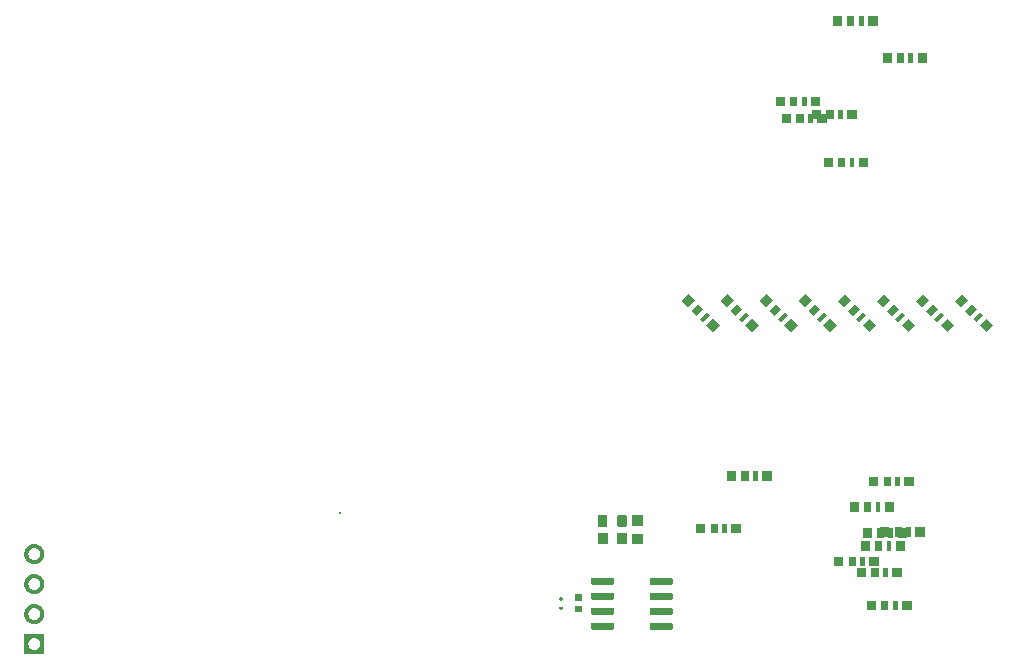
<source format=gbr>
%TF.GenerationSoftware,Flux,Pcbnew,7.0.11-7.0.11~ubuntu20.04.1*%
%TF.CreationDate,2024-08-15T14:07:34+00:00*%
%TF.ProjectId,input,696e7075-742e-46b6-9963-61645f706362,rev?*%
%TF.SameCoordinates,Original*%
%TF.FileFunction,Soldermask,Top*%
%TF.FilePolarity,Negative*%
%FSLAX46Y46*%
G04 Gerber Fmt 4.6, Leading zero omitted, Abs format (unit mm)*
G04 Filename: businesscardpcb*
G04 Build it with Flux! Visit our site at: https://www.flux.ai (PCBNEW 7.0.11-7.0.11~ubuntu20.04.1) date 2024-08-15 14:07:34*
%MOMM*%
%LPD*%
G01*
G04 APERTURE LIST*
G04 APERTURE END LIST*
%TO.C,*%
G36*
X-14940100Y-7684100D02*
G01*
X-15090100Y-7684100D01*
X-15090100Y-7534100D01*
X-14940100Y-7534100D01*
X-14940100Y-7684100D01*
G37*
G36*
X3699393Y-15509529D02*
G01*
X3706720Y-15510251D01*
X3714003Y-15511331D01*
X3721224Y-15512767D01*
X3728366Y-15514556D01*
X3735411Y-15516693D01*
X3742343Y-15519174D01*
X3749145Y-15521991D01*
X3755800Y-15525139D01*
X3762293Y-15528610D01*
X3768608Y-15532395D01*
X3774730Y-15536485D01*
X3780643Y-15540871D01*
X3786335Y-15545541D01*
X3791790Y-15550486D01*
X3796996Y-15555692D01*
X3801940Y-15561147D01*
X3806611Y-15566838D01*
X3810996Y-15572751D01*
X3815087Y-15578873D01*
X3818872Y-15585188D01*
X3822342Y-15591681D01*
X3825490Y-15598337D01*
X3828308Y-15605138D01*
X3830788Y-15612070D01*
X3832925Y-15619116D01*
X3834714Y-15626258D01*
X3836150Y-15633478D01*
X3837231Y-15640761D01*
X3837952Y-15648088D01*
X3838314Y-15655442D01*
X3838314Y-15662804D01*
X3837952Y-15670157D01*
X3837231Y-15677484D01*
X3836150Y-15684767D01*
X3834714Y-15691988D01*
X3832925Y-15699130D01*
X3830788Y-15706175D01*
X3828308Y-15713107D01*
X3825490Y-15719909D01*
X3822342Y-15726564D01*
X3818872Y-15733057D01*
X3815087Y-15739372D01*
X3810996Y-15745494D01*
X3806611Y-15751407D01*
X3801940Y-15757099D01*
X3796996Y-15762554D01*
X3791790Y-15767760D01*
X3786335Y-15772704D01*
X3780643Y-15777375D01*
X3774730Y-15781760D01*
X3768608Y-15785851D01*
X3762293Y-15789636D01*
X3755800Y-15793106D01*
X3749145Y-15796254D01*
X3742343Y-15799072D01*
X3735411Y-15801552D01*
X3728366Y-15803689D01*
X3721224Y-15805478D01*
X3714003Y-15806914D01*
X3706720Y-15807995D01*
X3699393Y-15808716D01*
X3692040Y-15809078D01*
X3684678Y-15809078D01*
X3677324Y-15808716D01*
X3669997Y-15807995D01*
X3662714Y-15806914D01*
X3655494Y-15805478D01*
X3648352Y-15803689D01*
X3641306Y-15801552D01*
X3634374Y-15799072D01*
X3627573Y-15796254D01*
X3620917Y-15793106D01*
X3614424Y-15789636D01*
X3608109Y-15785851D01*
X3601987Y-15781760D01*
X3596074Y-15777375D01*
X3590383Y-15772704D01*
X3584928Y-15767760D01*
X3579722Y-15762554D01*
X3574777Y-15757099D01*
X3570107Y-15751407D01*
X3565721Y-15745494D01*
X3561631Y-15739372D01*
X3557846Y-15733057D01*
X3554375Y-15726564D01*
X3551227Y-15719909D01*
X3548410Y-15713107D01*
X3545929Y-15706175D01*
X3543792Y-15699130D01*
X3542003Y-15691988D01*
X3540567Y-15684767D01*
X3539487Y-15677484D01*
X3538765Y-15670157D01*
X3538404Y-15662804D01*
X3538404Y-15655442D01*
X3538765Y-15648088D01*
X3539487Y-15640761D01*
X3540567Y-15633478D01*
X3542003Y-15626258D01*
X3543792Y-15619116D01*
X3545929Y-15612070D01*
X3548410Y-15605138D01*
X3551227Y-15598337D01*
X3554375Y-15591681D01*
X3557846Y-15585188D01*
X3561631Y-15578873D01*
X3565721Y-15572751D01*
X3570107Y-15566838D01*
X3574777Y-15561147D01*
X3579722Y-15555692D01*
X3584928Y-15550486D01*
X3590383Y-15545541D01*
X3596074Y-15540871D01*
X3601987Y-15536485D01*
X3608109Y-15532395D01*
X3614424Y-15528610D01*
X3620917Y-15525139D01*
X3627573Y-15521991D01*
X3634374Y-15519174D01*
X3641306Y-15516693D01*
X3648352Y-15514556D01*
X3655494Y-15512767D01*
X3662714Y-15511331D01*
X3669997Y-15510251D01*
X3677324Y-15509529D01*
X3684678Y-15509168D01*
X3692040Y-15509168D01*
X3699393Y-15509529D01*
G37*
G36*
X3699391Y-14728529D02*
G01*
X3706717Y-14729251D01*
X3714000Y-14730331D01*
X3721221Y-14731767D01*
X3728363Y-14733556D01*
X3735408Y-14735693D01*
X3742340Y-14738174D01*
X3749142Y-14740991D01*
X3755798Y-14744139D01*
X3762291Y-14747610D01*
X3768605Y-14751395D01*
X3774727Y-14755485D01*
X3780641Y-14759871D01*
X3786332Y-14764541D01*
X3791787Y-14769486D01*
X3796993Y-14774692D01*
X3801937Y-14780147D01*
X3806608Y-14785838D01*
X3810994Y-14791751D01*
X3815084Y-14797873D01*
X3818869Y-14804188D01*
X3822339Y-14810681D01*
X3825487Y-14817337D01*
X3828305Y-14824138D01*
X3830785Y-14831070D01*
X3832922Y-14838116D01*
X3834711Y-14845258D01*
X3836147Y-14852478D01*
X3837228Y-14859761D01*
X3837949Y-14867088D01*
X3838311Y-14874442D01*
X3838311Y-14881804D01*
X3837949Y-14889157D01*
X3837228Y-14896484D01*
X3836147Y-14903767D01*
X3834711Y-14910988D01*
X3832922Y-14918130D01*
X3830785Y-14925175D01*
X3828305Y-14932107D01*
X3825487Y-14938909D01*
X3822339Y-14945564D01*
X3818869Y-14952057D01*
X3815084Y-14958372D01*
X3810994Y-14964494D01*
X3806608Y-14970407D01*
X3801937Y-14976099D01*
X3796993Y-14981554D01*
X3791787Y-14986760D01*
X3786332Y-14991704D01*
X3780641Y-14996375D01*
X3774727Y-15000760D01*
X3768605Y-15004851D01*
X3762291Y-15008636D01*
X3755798Y-15012106D01*
X3749142Y-15015254D01*
X3742340Y-15018072D01*
X3735408Y-15020552D01*
X3728363Y-15022689D01*
X3721221Y-15024478D01*
X3714000Y-15025914D01*
X3706717Y-15026995D01*
X3699391Y-15027716D01*
X3692037Y-15028078D01*
X3684675Y-15028078D01*
X3677321Y-15027716D01*
X3669994Y-15026995D01*
X3662712Y-15025914D01*
X3655491Y-15024478D01*
X3648349Y-15022689D01*
X3641304Y-15020552D01*
X3634372Y-15018072D01*
X3627570Y-15015254D01*
X3620914Y-15012106D01*
X3614421Y-15008636D01*
X3608106Y-15004851D01*
X3601985Y-15000760D01*
X3596071Y-14996375D01*
X3590380Y-14991704D01*
X3584925Y-14986760D01*
X3579719Y-14981554D01*
X3574775Y-14976099D01*
X3570104Y-14970407D01*
X3565718Y-14964494D01*
X3561628Y-14958372D01*
X3557843Y-14952057D01*
X3554372Y-14945564D01*
X3551224Y-14938909D01*
X3548407Y-14932107D01*
X3545927Y-14925175D01*
X3543789Y-14918130D01*
X3542001Y-14910988D01*
X3540564Y-14903767D01*
X3539484Y-14896484D01*
X3538762Y-14889157D01*
X3538401Y-14881804D01*
X3538401Y-14874442D01*
X3538762Y-14867088D01*
X3539484Y-14859761D01*
X3540564Y-14852478D01*
X3542001Y-14845258D01*
X3543789Y-14838116D01*
X3545927Y-14831070D01*
X3548407Y-14824138D01*
X3551224Y-14817337D01*
X3554372Y-14810681D01*
X3557843Y-14804188D01*
X3561628Y-14797873D01*
X3565718Y-14791751D01*
X3570104Y-14785838D01*
X3574775Y-14780147D01*
X3579719Y-14774692D01*
X3584925Y-14769486D01*
X3590380Y-14764541D01*
X3596071Y-14759871D01*
X3601985Y-14755485D01*
X3608106Y-14751395D01*
X3614421Y-14747610D01*
X3620914Y-14744139D01*
X3627570Y-14740991D01*
X3634372Y-14738174D01*
X3641304Y-14735693D01*
X3648349Y-14733556D01*
X3655491Y-14731767D01*
X3662712Y-14730331D01*
X3669994Y-14729251D01*
X3677321Y-14728529D01*
X3684675Y-14728168D01*
X3692037Y-14728168D01*
X3699391Y-14728529D01*
G37*
G36*
X9194557Y-7798652D02*
G01*
X9199193Y-7799109D01*
X9203790Y-7799868D01*
X9208328Y-7800926D01*
X9212786Y-7802279D01*
X9217147Y-7803920D01*
X9221391Y-7805843D01*
X9225500Y-7808039D01*
X9229457Y-7810499D01*
X9233244Y-7813213D01*
X9236845Y-7816169D01*
X9240246Y-7819354D01*
X9243431Y-7822755D01*
X9246387Y-7826356D01*
X9249101Y-7830143D01*
X9251561Y-7834100D01*
X9253757Y-7838209D01*
X9255680Y-7842453D01*
X9257321Y-7846814D01*
X9258674Y-7851272D01*
X9259732Y-7855810D01*
X9260491Y-7860407D01*
X9260948Y-7865043D01*
X9261100Y-7869700D01*
X9261100Y-8677300D01*
X9260948Y-8681957D01*
X9260491Y-8686593D01*
X9259732Y-8691190D01*
X9258674Y-8695728D01*
X9257321Y-8700186D01*
X9255680Y-8704547D01*
X9253757Y-8708791D01*
X9251561Y-8712900D01*
X9249101Y-8716857D01*
X9246387Y-8720644D01*
X9243431Y-8724245D01*
X9240246Y-8727646D01*
X9236845Y-8730831D01*
X9233244Y-8733787D01*
X9229457Y-8736501D01*
X9225500Y-8738961D01*
X9221391Y-8741157D01*
X9217147Y-8743080D01*
X9212786Y-8744721D01*
X9208328Y-8746074D01*
X9203790Y-8747132D01*
X9199193Y-8747891D01*
X9194557Y-8748348D01*
X9189900Y-8748500D01*
X8532300Y-8748500D01*
X8527643Y-8748348D01*
X8523007Y-8747891D01*
X8518410Y-8747132D01*
X8513872Y-8746074D01*
X8509414Y-8744721D01*
X8505053Y-8743080D01*
X8500809Y-8741157D01*
X8496700Y-8738961D01*
X8492743Y-8736501D01*
X8488956Y-8733787D01*
X8485355Y-8730831D01*
X8481954Y-8727646D01*
X8478769Y-8724245D01*
X8475813Y-8720644D01*
X8473099Y-8716857D01*
X8470639Y-8712900D01*
X8468443Y-8708791D01*
X8466520Y-8704547D01*
X8464879Y-8700186D01*
X8463526Y-8695728D01*
X8462468Y-8691190D01*
X8461709Y-8686593D01*
X8461252Y-8681957D01*
X8461100Y-8677300D01*
X8461100Y-7869700D01*
X8461252Y-7865043D01*
X8461709Y-7860407D01*
X8462468Y-7855810D01*
X8463526Y-7851272D01*
X8464879Y-7846814D01*
X8466520Y-7842453D01*
X8468443Y-7838209D01*
X8470639Y-7834100D01*
X8473099Y-7830143D01*
X8475813Y-7826356D01*
X8478769Y-7822755D01*
X8481954Y-7819354D01*
X8485355Y-7816169D01*
X8488956Y-7813213D01*
X8492743Y-7810499D01*
X8496700Y-7808039D01*
X8500809Y-7805843D01*
X8505053Y-7803920D01*
X8509414Y-7802279D01*
X8513872Y-7800926D01*
X8518410Y-7799868D01*
X8523007Y-7799109D01*
X8527643Y-7798652D01*
X8532300Y-7798500D01*
X9189900Y-7798500D01*
X9194557Y-7798652D01*
G37*
G36*
X7544557Y-7798652D02*
G01*
X7549193Y-7799109D01*
X7553790Y-7799868D01*
X7558328Y-7800926D01*
X7562786Y-7802279D01*
X7567147Y-7803920D01*
X7571391Y-7805843D01*
X7575500Y-7808039D01*
X7579457Y-7810499D01*
X7583244Y-7813213D01*
X7586845Y-7816169D01*
X7590246Y-7819354D01*
X7593431Y-7822755D01*
X7596387Y-7826356D01*
X7599101Y-7830143D01*
X7601561Y-7834100D01*
X7603757Y-7838209D01*
X7605680Y-7842453D01*
X7607321Y-7846814D01*
X7608674Y-7851272D01*
X7609732Y-7855810D01*
X7610491Y-7860407D01*
X7610948Y-7865043D01*
X7611100Y-7869700D01*
X7611100Y-8677300D01*
X7610948Y-8681957D01*
X7610491Y-8686593D01*
X7609732Y-8691190D01*
X7608674Y-8695728D01*
X7607321Y-8700186D01*
X7605680Y-8704547D01*
X7603757Y-8708791D01*
X7601561Y-8712900D01*
X7599101Y-8716857D01*
X7596387Y-8720644D01*
X7593431Y-8724245D01*
X7590246Y-8727646D01*
X7586845Y-8730831D01*
X7583244Y-8733787D01*
X7579457Y-8736501D01*
X7575500Y-8738961D01*
X7571391Y-8741157D01*
X7567147Y-8743080D01*
X7562786Y-8744721D01*
X7558328Y-8746074D01*
X7553790Y-8747132D01*
X7549193Y-8747891D01*
X7544557Y-8748348D01*
X7539900Y-8748500D01*
X6882300Y-8748500D01*
X6877643Y-8748348D01*
X6873007Y-8747891D01*
X6868410Y-8747132D01*
X6863872Y-8746074D01*
X6859414Y-8744721D01*
X6855053Y-8743080D01*
X6850809Y-8741157D01*
X6846700Y-8738961D01*
X6842743Y-8736501D01*
X6838956Y-8733787D01*
X6835355Y-8730831D01*
X6831954Y-8727646D01*
X6828769Y-8724245D01*
X6825813Y-8720644D01*
X6823099Y-8716857D01*
X6820639Y-8712900D01*
X6818443Y-8708791D01*
X6816520Y-8704547D01*
X6814879Y-8700186D01*
X6813526Y-8695728D01*
X6812468Y-8691190D01*
X6811709Y-8686593D01*
X6811252Y-8681957D01*
X6811100Y-8677300D01*
X6811100Y-7869700D01*
X6811252Y-7865043D01*
X6811709Y-7860407D01*
X6812468Y-7855810D01*
X6813526Y-7851272D01*
X6814879Y-7846814D01*
X6816520Y-7842453D01*
X6818443Y-7838209D01*
X6820639Y-7834100D01*
X6823099Y-7830143D01*
X6825813Y-7826356D01*
X6828769Y-7822755D01*
X6831954Y-7819354D01*
X6835355Y-7816169D01*
X6838956Y-7813213D01*
X6842743Y-7810499D01*
X6846700Y-7808039D01*
X6850809Y-7805843D01*
X6855053Y-7803920D01*
X6859414Y-7802279D01*
X6863872Y-7800926D01*
X6868410Y-7799868D01*
X6873007Y-7799109D01*
X6877643Y-7798652D01*
X6882300Y-7798500D01*
X7539900Y-7798500D01*
X7544557Y-7798652D01*
G37*
G36*
X-40061800Y-17838300D02*
G01*
X-40061800Y-19538300D01*
X-41761800Y-19538300D01*
X-41761800Y-18700571D01*
X-41411649Y-18700571D01*
X-41410445Y-18725082D01*
X-41408040Y-18749505D01*
X-41404439Y-18773781D01*
X-41399651Y-18797851D01*
X-41393688Y-18821656D01*
X-41386564Y-18845141D01*
X-41378296Y-18868248D01*
X-41368905Y-18890921D01*
X-41358412Y-18913106D01*
X-41346843Y-18934749D01*
X-41334227Y-18955799D01*
X-41320592Y-18976204D01*
X-41305973Y-18995916D01*
X-41290404Y-19014886D01*
X-41273924Y-19033070D01*
X-41256570Y-19050424D01*
X-41238386Y-19066904D01*
X-41219416Y-19082473D01*
X-41199704Y-19097092D01*
X-41179299Y-19110727D01*
X-41158249Y-19123343D01*
X-41136606Y-19134912D01*
X-41114421Y-19145405D01*
X-41091748Y-19154796D01*
X-41068641Y-19163064D01*
X-41045156Y-19170188D01*
X-41021351Y-19176151D01*
X-40997281Y-19180939D01*
X-40973005Y-19184540D01*
X-40948582Y-19186945D01*
X-40924071Y-19188149D01*
X-40899529Y-19188149D01*
X-40875018Y-19186945D01*
X-40850595Y-19184540D01*
X-40826319Y-19180939D01*
X-40802249Y-19176151D01*
X-40778444Y-19170188D01*
X-40754959Y-19163064D01*
X-40731852Y-19154796D01*
X-40709179Y-19145405D01*
X-40686994Y-19134912D01*
X-40665351Y-19123343D01*
X-40644301Y-19110727D01*
X-40623896Y-19097092D01*
X-40604184Y-19082473D01*
X-40585214Y-19066904D01*
X-40567030Y-19050424D01*
X-40549676Y-19033070D01*
X-40533196Y-19014886D01*
X-40517627Y-18995916D01*
X-40503008Y-18976204D01*
X-40489373Y-18955799D01*
X-40476757Y-18934749D01*
X-40465188Y-18913106D01*
X-40454695Y-18890921D01*
X-40445304Y-18868248D01*
X-40437036Y-18845141D01*
X-40429912Y-18821656D01*
X-40423949Y-18797851D01*
X-40419161Y-18773781D01*
X-40415560Y-18749505D01*
X-40413155Y-18725082D01*
X-40411951Y-18700571D01*
X-40411951Y-18676029D01*
X-40413155Y-18651518D01*
X-40415560Y-18627095D01*
X-40419161Y-18602819D01*
X-40423949Y-18578749D01*
X-40429912Y-18554944D01*
X-40437036Y-18531459D01*
X-40445304Y-18508352D01*
X-40454695Y-18485679D01*
X-40458533Y-18477563D01*
X-40465188Y-18463494D01*
X-40476757Y-18441851D01*
X-40489373Y-18420801D01*
X-40503008Y-18400396D01*
X-40517627Y-18380684D01*
X-40533196Y-18361714D01*
X-40549676Y-18343530D01*
X-40567030Y-18326176D01*
X-40585214Y-18309696D01*
X-40604184Y-18294127D01*
X-40623896Y-18279508D01*
X-40644301Y-18265873D01*
X-40665351Y-18253257D01*
X-40686994Y-18241688D01*
X-40709179Y-18231195D01*
X-40731852Y-18221804D01*
X-40754959Y-18213536D01*
X-40778444Y-18206412D01*
X-40802249Y-18200449D01*
X-40826319Y-18195661D01*
X-40850595Y-18192060D01*
X-40875018Y-18189655D01*
X-40899529Y-18188451D01*
X-40924071Y-18188451D01*
X-40948582Y-18189655D01*
X-40973005Y-18192060D01*
X-40997281Y-18195661D01*
X-41021351Y-18200449D01*
X-41045156Y-18206412D01*
X-41068641Y-18213536D01*
X-41091748Y-18221804D01*
X-41114421Y-18231195D01*
X-41136606Y-18241688D01*
X-41158249Y-18253257D01*
X-41179299Y-18265873D01*
X-41199704Y-18279508D01*
X-41219416Y-18294127D01*
X-41238386Y-18309696D01*
X-41256570Y-18326176D01*
X-41273924Y-18343530D01*
X-41290404Y-18361714D01*
X-41305973Y-18380684D01*
X-41320592Y-18400396D01*
X-41334227Y-18420801D01*
X-41346843Y-18441851D01*
X-41358412Y-18463494D01*
X-41368905Y-18485679D01*
X-41378296Y-18508352D01*
X-41386564Y-18531459D01*
X-41393688Y-18554944D01*
X-41399651Y-18578749D01*
X-41404439Y-18602819D01*
X-41408040Y-18627095D01*
X-41410445Y-18651518D01*
X-41411649Y-18676029D01*
X-41411649Y-18700571D01*
X-41761800Y-18700571D01*
X-41761800Y-17838300D01*
X-40061800Y-17838300D01*
G37*
G36*
X-40849250Y-10220603D02*
G01*
X-40807731Y-10224692D01*
X-40766462Y-10230814D01*
X-40725544Y-10238953D01*
X-40685074Y-10249090D01*
X-40645150Y-10261201D01*
X-40605869Y-10275256D01*
X-40567325Y-10291222D01*
X-40529610Y-10309059D01*
X-40492816Y-10328726D01*
X-40457032Y-10350174D01*
X-40422343Y-10373353D01*
X-40388833Y-10398206D01*
X-40356583Y-10424672D01*
X-40325670Y-10452690D01*
X-40296170Y-10482191D01*
X-40268152Y-10513103D01*
X-40241685Y-10545353D01*
X-40216833Y-10578863D01*
X-40193654Y-10613552D01*
X-40172206Y-10649337D01*
X-40152539Y-10686130D01*
X-40134701Y-10723845D01*
X-40118736Y-10762389D01*
X-40104681Y-10801671D01*
X-40092570Y-10841594D01*
X-40082433Y-10882064D01*
X-40074294Y-10922982D01*
X-40068172Y-10964251D01*
X-40064083Y-11005770D01*
X-40062036Y-11047440D01*
X-40062036Y-11089160D01*
X-40064083Y-11130830D01*
X-40068172Y-11172349D01*
X-40074294Y-11213618D01*
X-40082433Y-11254536D01*
X-40092570Y-11295006D01*
X-40104681Y-11334929D01*
X-40118736Y-11374211D01*
X-40134701Y-11412755D01*
X-40152539Y-11450470D01*
X-40172206Y-11487263D01*
X-40193654Y-11523048D01*
X-40216833Y-11557737D01*
X-40241685Y-11591247D01*
X-40268152Y-11623497D01*
X-40296170Y-11654409D01*
X-40325670Y-11683910D01*
X-40356583Y-11711928D01*
X-40388833Y-11738394D01*
X-40422343Y-11763247D01*
X-40457032Y-11786426D01*
X-40492816Y-11807874D01*
X-40529610Y-11827541D01*
X-40567325Y-11845378D01*
X-40605869Y-11861344D01*
X-40645150Y-11875399D01*
X-40685074Y-11887510D01*
X-40725544Y-11897647D01*
X-40766462Y-11905786D01*
X-40807731Y-11911908D01*
X-40849250Y-11915997D01*
X-40890920Y-11918044D01*
X-40932640Y-11918044D01*
X-40974310Y-11915997D01*
X-41015829Y-11911908D01*
X-41057097Y-11905786D01*
X-41098016Y-11897647D01*
X-41138486Y-11887510D01*
X-41178409Y-11875399D01*
X-41217691Y-11861344D01*
X-41256235Y-11845378D01*
X-41293949Y-11827541D01*
X-41330743Y-11807874D01*
X-41366528Y-11786426D01*
X-41401217Y-11763247D01*
X-41434727Y-11738394D01*
X-41466977Y-11711928D01*
X-41497889Y-11683910D01*
X-41527390Y-11654409D01*
X-41555407Y-11623497D01*
X-41581874Y-11591247D01*
X-41606727Y-11557737D01*
X-41629905Y-11523048D01*
X-41651354Y-11487263D01*
X-41671020Y-11450470D01*
X-41688858Y-11412755D01*
X-41704824Y-11374211D01*
X-41718879Y-11334929D01*
X-41730989Y-11295006D01*
X-41741127Y-11254536D01*
X-41749266Y-11213618D01*
X-41755387Y-11172349D01*
X-41759477Y-11130830D01*
X-41761524Y-11089160D01*
X-41761524Y-11080571D01*
X-41411629Y-11080571D01*
X-41410425Y-11105082D01*
X-41408020Y-11129505D01*
X-41404419Y-11153781D01*
X-41399631Y-11177851D01*
X-41393668Y-11201656D01*
X-41386544Y-11225141D01*
X-41378276Y-11248248D01*
X-41368885Y-11270921D01*
X-41358392Y-11293106D01*
X-41346823Y-11314749D01*
X-41334207Y-11335799D01*
X-41320572Y-11356204D01*
X-41305953Y-11375916D01*
X-41290384Y-11394886D01*
X-41273903Y-11413070D01*
X-41256550Y-11430424D01*
X-41238366Y-11446904D01*
X-41219396Y-11462473D01*
X-41199684Y-11477092D01*
X-41179279Y-11490727D01*
X-41158229Y-11503343D01*
X-41136585Y-11514912D01*
X-41114400Y-11525405D01*
X-41091727Y-11534796D01*
X-41068621Y-11543064D01*
X-41045136Y-11550188D01*
X-41021330Y-11556151D01*
X-40997261Y-11560939D01*
X-40972985Y-11564540D01*
X-40948562Y-11566945D01*
X-40924050Y-11568149D01*
X-40899509Y-11568149D01*
X-40874997Y-11566945D01*
X-40850574Y-11564540D01*
X-40826299Y-11560939D01*
X-40802229Y-11556151D01*
X-40778423Y-11550188D01*
X-40754939Y-11543064D01*
X-40731832Y-11534796D01*
X-40709159Y-11525405D01*
X-40686974Y-11514912D01*
X-40665331Y-11503343D01*
X-40644281Y-11490727D01*
X-40623876Y-11477092D01*
X-40604164Y-11462473D01*
X-40585193Y-11446904D01*
X-40567010Y-11430424D01*
X-40549656Y-11413070D01*
X-40533175Y-11394886D01*
X-40517607Y-11375916D01*
X-40502987Y-11356204D01*
X-40489353Y-11335799D01*
X-40476736Y-11314749D01*
X-40465168Y-11293106D01*
X-40454675Y-11270921D01*
X-40445283Y-11248248D01*
X-40437016Y-11225141D01*
X-40429892Y-11201656D01*
X-40423929Y-11177851D01*
X-40419141Y-11153781D01*
X-40415540Y-11129505D01*
X-40413135Y-11105082D01*
X-40411930Y-11080571D01*
X-40411930Y-11056029D01*
X-40413135Y-11031518D01*
X-40415540Y-11007095D01*
X-40419141Y-10982819D01*
X-40423929Y-10958749D01*
X-40429892Y-10934944D01*
X-40437016Y-10911459D01*
X-40445283Y-10888352D01*
X-40454675Y-10865679D01*
X-40465168Y-10843494D01*
X-40476736Y-10821851D01*
X-40489353Y-10800801D01*
X-40502987Y-10780396D01*
X-40517607Y-10760684D01*
X-40533175Y-10741714D01*
X-40549656Y-10723530D01*
X-40567010Y-10706176D01*
X-40585193Y-10689696D01*
X-40604164Y-10674127D01*
X-40623876Y-10659508D01*
X-40644281Y-10645873D01*
X-40665331Y-10633257D01*
X-40686974Y-10621688D01*
X-40709159Y-10611195D01*
X-40731832Y-10601804D01*
X-40754939Y-10593536D01*
X-40778423Y-10586412D01*
X-40802229Y-10580449D01*
X-40826299Y-10575661D01*
X-40850574Y-10572060D01*
X-40874997Y-10569655D01*
X-40899509Y-10568451D01*
X-40924050Y-10568451D01*
X-40948562Y-10569655D01*
X-40972985Y-10572060D01*
X-40997261Y-10575661D01*
X-41021330Y-10580449D01*
X-41045136Y-10586412D01*
X-41068621Y-10593536D01*
X-41091727Y-10601804D01*
X-41114400Y-10611195D01*
X-41136585Y-10621688D01*
X-41158229Y-10633257D01*
X-41179279Y-10645873D01*
X-41199684Y-10659508D01*
X-41219396Y-10674127D01*
X-41238366Y-10689696D01*
X-41256550Y-10706176D01*
X-41273903Y-10723530D01*
X-41290384Y-10741714D01*
X-41305953Y-10760684D01*
X-41320572Y-10780396D01*
X-41334207Y-10800801D01*
X-41346823Y-10821851D01*
X-41358392Y-10843494D01*
X-41368885Y-10865679D01*
X-41378276Y-10888352D01*
X-41386544Y-10911459D01*
X-41393668Y-10934944D01*
X-41399631Y-10958749D01*
X-41404419Y-10982819D01*
X-41408020Y-11007095D01*
X-41410425Y-11031518D01*
X-41411629Y-11056029D01*
X-41411629Y-11080571D01*
X-41761524Y-11080571D01*
X-41761524Y-11047440D01*
X-41759477Y-11005770D01*
X-41755387Y-10964251D01*
X-41749266Y-10922982D01*
X-41741127Y-10882064D01*
X-41730989Y-10841594D01*
X-41718879Y-10801671D01*
X-41704824Y-10762389D01*
X-41688858Y-10723845D01*
X-41671020Y-10686130D01*
X-41651354Y-10649337D01*
X-41629905Y-10613552D01*
X-41606727Y-10578863D01*
X-41581874Y-10545353D01*
X-41555407Y-10513103D01*
X-41527390Y-10482191D01*
X-41497889Y-10452690D01*
X-41466977Y-10424672D01*
X-41434727Y-10398206D01*
X-41401217Y-10373353D01*
X-41366528Y-10350174D01*
X-41330743Y-10328726D01*
X-41293949Y-10309059D01*
X-41256235Y-10291222D01*
X-41217691Y-10275256D01*
X-41178409Y-10261201D01*
X-41138486Y-10249090D01*
X-41098016Y-10238953D01*
X-41057097Y-10230814D01*
X-41015829Y-10224692D01*
X-40974310Y-10220603D01*
X-40932640Y-10218556D01*
X-40890920Y-10218556D01*
X-40849250Y-10220603D01*
G37*
G36*
X-40849263Y-15300603D02*
G01*
X-40807744Y-15304692D01*
X-40766476Y-15310814D01*
X-40725557Y-15318953D01*
X-40685087Y-15329090D01*
X-40645164Y-15341201D01*
X-40605882Y-15355256D01*
X-40567338Y-15371222D01*
X-40529624Y-15389059D01*
X-40492830Y-15408726D01*
X-40457045Y-15430174D01*
X-40422356Y-15453353D01*
X-40388846Y-15478206D01*
X-40356596Y-15504672D01*
X-40325684Y-15532690D01*
X-40296183Y-15562191D01*
X-40268166Y-15593103D01*
X-40241699Y-15625353D01*
X-40216846Y-15658863D01*
X-40193668Y-15693552D01*
X-40172219Y-15729337D01*
X-40152553Y-15766130D01*
X-40134715Y-15803845D01*
X-40118749Y-15842389D01*
X-40104694Y-15881671D01*
X-40092584Y-15921594D01*
X-40082446Y-15962064D01*
X-40074307Y-16002982D01*
X-40068186Y-16044251D01*
X-40064096Y-16085770D01*
X-40062049Y-16127440D01*
X-40062049Y-16169160D01*
X-40064096Y-16210830D01*
X-40068186Y-16252349D01*
X-40074307Y-16293618D01*
X-40082446Y-16334536D01*
X-40092584Y-16375006D01*
X-40104694Y-16414929D01*
X-40118749Y-16454211D01*
X-40134715Y-16492755D01*
X-40152553Y-16530470D01*
X-40172219Y-16567263D01*
X-40193668Y-16603048D01*
X-40216846Y-16637737D01*
X-40241699Y-16671247D01*
X-40268166Y-16703497D01*
X-40296183Y-16734409D01*
X-40325684Y-16763910D01*
X-40356596Y-16791928D01*
X-40388846Y-16818394D01*
X-40422356Y-16843247D01*
X-40457045Y-16866426D01*
X-40492830Y-16887874D01*
X-40529624Y-16907541D01*
X-40567338Y-16925378D01*
X-40605882Y-16941344D01*
X-40645164Y-16955399D01*
X-40685087Y-16967510D01*
X-40725557Y-16977647D01*
X-40766476Y-16985786D01*
X-40807744Y-16991908D01*
X-40849263Y-16995997D01*
X-40890933Y-16998044D01*
X-40932653Y-16998044D01*
X-40974323Y-16995997D01*
X-41015842Y-16991908D01*
X-41057111Y-16985786D01*
X-41098029Y-16977647D01*
X-41138499Y-16967510D01*
X-41178423Y-16955399D01*
X-41217704Y-16941344D01*
X-41256248Y-16925378D01*
X-41293963Y-16907541D01*
X-41330757Y-16887874D01*
X-41366541Y-16866426D01*
X-41401230Y-16843247D01*
X-41434740Y-16818394D01*
X-41466990Y-16791928D01*
X-41497903Y-16763910D01*
X-41527403Y-16734409D01*
X-41555421Y-16703497D01*
X-41581888Y-16671247D01*
X-41606740Y-16637737D01*
X-41629919Y-16603048D01*
X-41651367Y-16567263D01*
X-41671034Y-16530470D01*
X-41688872Y-16492755D01*
X-41704837Y-16454211D01*
X-41718892Y-16414929D01*
X-41731003Y-16375006D01*
X-41741140Y-16334536D01*
X-41749279Y-16293618D01*
X-41755401Y-16252349D01*
X-41759490Y-16210830D01*
X-41761537Y-16169160D01*
X-41761537Y-16160571D01*
X-41411643Y-16160571D01*
X-41410438Y-16185082D01*
X-41408033Y-16209505D01*
X-41404432Y-16233781D01*
X-41399644Y-16257851D01*
X-41393681Y-16281656D01*
X-41386557Y-16305141D01*
X-41378290Y-16328248D01*
X-41368898Y-16350921D01*
X-41358405Y-16373106D01*
X-41346837Y-16394749D01*
X-41334220Y-16415799D01*
X-41320586Y-16436204D01*
X-41305966Y-16455916D01*
X-41290398Y-16474886D01*
X-41273917Y-16493070D01*
X-41256564Y-16510424D01*
X-41238380Y-16526904D01*
X-41219409Y-16542473D01*
X-41199697Y-16557092D01*
X-41179292Y-16570727D01*
X-41158242Y-16583343D01*
X-41136599Y-16594912D01*
X-41114414Y-16605405D01*
X-41091741Y-16614796D01*
X-41068634Y-16623064D01*
X-41045150Y-16630188D01*
X-41021344Y-16636151D01*
X-40997274Y-16640939D01*
X-40972999Y-16644540D01*
X-40948576Y-16646945D01*
X-40924064Y-16648149D01*
X-40899523Y-16648149D01*
X-40875011Y-16646945D01*
X-40850588Y-16644540D01*
X-40826312Y-16640939D01*
X-40802243Y-16636151D01*
X-40778437Y-16630188D01*
X-40754952Y-16623064D01*
X-40731846Y-16614796D01*
X-40709173Y-16605405D01*
X-40686988Y-16594912D01*
X-40665344Y-16583343D01*
X-40644294Y-16570727D01*
X-40623889Y-16557092D01*
X-40604177Y-16542473D01*
X-40585207Y-16526904D01*
X-40567023Y-16510424D01*
X-40549670Y-16493070D01*
X-40533189Y-16474886D01*
X-40517620Y-16455916D01*
X-40503001Y-16436204D01*
X-40489366Y-16415799D01*
X-40476750Y-16394749D01*
X-40465181Y-16373106D01*
X-40454688Y-16350921D01*
X-40445297Y-16328248D01*
X-40437029Y-16305141D01*
X-40429905Y-16281656D01*
X-40423942Y-16257851D01*
X-40419154Y-16233781D01*
X-40415553Y-16209505D01*
X-40413148Y-16185082D01*
X-40411944Y-16160571D01*
X-40411944Y-16136029D01*
X-40413148Y-16111518D01*
X-40415553Y-16087095D01*
X-40419154Y-16062819D01*
X-40423942Y-16038749D01*
X-40429905Y-16014944D01*
X-40437029Y-15991459D01*
X-40445297Y-15968352D01*
X-40454688Y-15945679D01*
X-40465181Y-15923494D01*
X-40476750Y-15901851D01*
X-40489366Y-15880801D01*
X-40503001Y-15860396D01*
X-40517620Y-15840684D01*
X-40533189Y-15821714D01*
X-40549670Y-15803530D01*
X-40567023Y-15786176D01*
X-40585207Y-15769696D01*
X-40604177Y-15754127D01*
X-40623889Y-15739508D01*
X-40644294Y-15725873D01*
X-40665344Y-15713257D01*
X-40686988Y-15701688D01*
X-40709173Y-15691195D01*
X-40731846Y-15681804D01*
X-40754952Y-15673536D01*
X-40778437Y-15666412D01*
X-40802243Y-15660449D01*
X-40826312Y-15655661D01*
X-40850588Y-15652060D01*
X-40875011Y-15649655D01*
X-40899523Y-15648451D01*
X-40924064Y-15648451D01*
X-40948576Y-15649655D01*
X-40972999Y-15652060D01*
X-40997274Y-15655661D01*
X-41021344Y-15660449D01*
X-41045150Y-15666412D01*
X-41068634Y-15673536D01*
X-41091741Y-15681804D01*
X-41114414Y-15691195D01*
X-41136599Y-15701688D01*
X-41158242Y-15713257D01*
X-41179292Y-15725873D01*
X-41199697Y-15739508D01*
X-41219409Y-15754127D01*
X-41238380Y-15769696D01*
X-41256564Y-15786176D01*
X-41273917Y-15803530D01*
X-41290398Y-15821714D01*
X-41305966Y-15840684D01*
X-41320586Y-15860396D01*
X-41334220Y-15880801D01*
X-41346837Y-15901851D01*
X-41358405Y-15923494D01*
X-41368898Y-15945679D01*
X-41378290Y-15968352D01*
X-41386557Y-15991459D01*
X-41393681Y-16014944D01*
X-41399644Y-16038749D01*
X-41404432Y-16062819D01*
X-41408033Y-16087095D01*
X-41410438Y-16111518D01*
X-41411643Y-16136029D01*
X-41411643Y-16160571D01*
X-41761537Y-16160571D01*
X-41761537Y-16127440D01*
X-41759490Y-16085770D01*
X-41755401Y-16044251D01*
X-41749279Y-16002982D01*
X-41741140Y-15962064D01*
X-41731003Y-15921594D01*
X-41718892Y-15881671D01*
X-41704837Y-15842389D01*
X-41688872Y-15803845D01*
X-41671034Y-15766130D01*
X-41651367Y-15729337D01*
X-41629919Y-15693552D01*
X-41606740Y-15658863D01*
X-41581888Y-15625353D01*
X-41555421Y-15593103D01*
X-41527403Y-15562191D01*
X-41497903Y-15532690D01*
X-41466990Y-15504672D01*
X-41434740Y-15478206D01*
X-41401230Y-15453353D01*
X-41366541Y-15430174D01*
X-41330757Y-15408726D01*
X-41293963Y-15389059D01*
X-41256248Y-15371222D01*
X-41217704Y-15355256D01*
X-41178423Y-15341201D01*
X-41138499Y-15329090D01*
X-41098029Y-15318953D01*
X-41057111Y-15310814D01*
X-41015842Y-15304692D01*
X-40974323Y-15300603D01*
X-40932653Y-15298556D01*
X-40890933Y-15298556D01*
X-40849263Y-15300603D01*
G37*
G36*
X-40849257Y-12760603D02*
G01*
X-40807737Y-12764692D01*
X-40766469Y-12770814D01*
X-40725550Y-12778953D01*
X-40685081Y-12789090D01*
X-40645157Y-12801201D01*
X-40605876Y-12815256D01*
X-40567331Y-12831222D01*
X-40529617Y-12849059D01*
X-40492823Y-12868726D01*
X-40457039Y-12890174D01*
X-40422350Y-12913353D01*
X-40388840Y-12938206D01*
X-40356590Y-12964672D01*
X-40325677Y-12992690D01*
X-40296176Y-13022191D01*
X-40268159Y-13053103D01*
X-40241692Y-13085353D01*
X-40216839Y-13118863D01*
X-40193661Y-13153552D01*
X-40172213Y-13189337D01*
X-40152546Y-13226130D01*
X-40134708Y-13263845D01*
X-40118743Y-13302389D01*
X-40104688Y-13341671D01*
X-40092577Y-13381594D01*
X-40082440Y-13422064D01*
X-40074301Y-13462982D01*
X-40068179Y-13504251D01*
X-40064090Y-13545770D01*
X-40062043Y-13587440D01*
X-40062043Y-13629160D01*
X-40064090Y-13670830D01*
X-40068179Y-13712349D01*
X-40074301Y-13753618D01*
X-40082440Y-13794536D01*
X-40092577Y-13835006D01*
X-40104688Y-13874929D01*
X-40118743Y-13914211D01*
X-40134708Y-13952755D01*
X-40152546Y-13990470D01*
X-40172213Y-14027263D01*
X-40193661Y-14063048D01*
X-40216839Y-14097737D01*
X-40241692Y-14131247D01*
X-40268159Y-14163497D01*
X-40296176Y-14194409D01*
X-40325677Y-14223910D01*
X-40356590Y-14251928D01*
X-40388840Y-14278394D01*
X-40422350Y-14303247D01*
X-40457039Y-14326426D01*
X-40492823Y-14347874D01*
X-40529617Y-14367541D01*
X-40567331Y-14385378D01*
X-40605876Y-14401344D01*
X-40645157Y-14415399D01*
X-40685081Y-14427510D01*
X-40725550Y-14437647D01*
X-40766469Y-14445786D01*
X-40807737Y-14451908D01*
X-40849257Y-14455997D01*
X-40890926Y-14458044D01*
X-40932647Y-14458044D01*
X-40974316Y-14455997D01*
X-41015836Y-14451908D01*
X-41057104Y-14445786D01*
X-41098023Y-14437647D01*
X-41138492Y-14427510D01*
X-41178416Y-14415399D01*
X-41217697Y-14401344D01*
X-41256242Y-14385378D01*
X-41293956Y-14367541D01*
X-41330750Y-14347874D01*
X-41366534Y-14326426D01*
X-41401223Y-14303247D01*
X-41434733Y-14278394D01*
X-41466983Y-14251928D01*
X-41497896Y-14223910D01*
X-41527397Y-14194409D01*
X-41555414Y-14163497D01*
X-41581881Y-14131247D01*
X-41606734Y-14097737D01*
X-41629912Y-14063048D01*
X-41651360Y-14027263D01*
X-41671027Y-13990470D01*
X-41688865Y-13952755D01*
X-41704830Y-13914211D01*
X-41718885Y-13874929D01*
X-41730996Y-13835006D01*
X-41741133Y-13794536D01*
X-41749273Y-13753618D01*
X-41755394Y-13712349D01*
X-41759483Y-13670830D01*
X-41761531Y-13629160D01*
X-41761531Y-13620571D01*
X-41411636Y-13620571D01*
X-41410432Y-13645082D01*
X-41408026Y-13669505D01*
X-41404425Y-13693781D01*
X-41399638Y-13717851D01*
X-41393675Y-13741656D01*
X-41386551Y-13765141D01*
X-41378283Y-13788248D01*
X-41368891Y-13810921D01*
X-41358399Y-13833106D01*
X-41346830Y-13854749D01*
X-41334213Y-13875799D01*
X-41320579Y-13896204D01*
X-41305960Y-13915916D01*
X-41290391Y-13934886D01*
X-41273910Y-13953070D01*
X-41256557Y-13970424D01*
X-41238373Y-13986904D01*
X-41219402Y-14002473D01*
X-41199691Y-14017092D01*
X-41179285Y-14030727D01*
X-41158236Y-14043343D01*
X-41136592Y-14054912D01*
X-41114407Y-14065405D01*
X-41091734Y-14074796D01*
X-41068627Y-14083064D01*
X-41045143Y-14090188D01*
X-41021337Y-14096151D01*
X-40997267Y-14100939D01*
X-40972992Y-14104540D01*
X-40948569Y-14106945D01*
X-40924057Y-14108149D01*
X-40899516Y-14108149D01*
X-40875004Y-14106945D01*
X-40850581Y-14104540D01*
X-40826306Y-14100939D01*
X-40802236Y-14096151D01*
X-40778430Y-14090188D01*
X-40754946Y-14083064D01*
X-40731839Y-14074796D01*
X-40709166Y-14065405D01*
X-40686981Y-14054912D01*
X-40665337Y-14043343D01*
X-40644288Y-14030727D01*
X-40623882Y-14017092D01*
X-40604171Y-14002473D01*
X-40585200Y-13986904D01*
X-40567016Y-13970424D01*
X-40549663Y-13953070D01*
X-40533182Y-13934886D01*
X-40517613Y-13915916D01*
X-40502994Y-13896204D01*
X-40489360Y-13875799D01*
X-40476743Y-13854749D01*
X-40465174Y-13833106D01*
X-40454682Y-13810921D01*
X-40445290Y-13788248D01*
X-40437022Y-13765141D01*
X-40429898Y-13741656D01*
X-40423935Y-13717851D01*
X-40419148Y-13693781D01*
X-40415547Y-13669505D01*
X-40413141Y-13645082D01*
X-40411937Y-13620571D01*
X-40411937Y-13596029D01*
X-40413141Y-13571518D01*
X-40415547Y-13547095D01*
X-40419148Y-13522819D01*
X-40423935Y-13498749D01*
X-40429898Y-13474944D01*
X-40437022Y-13451459D01*
X-40445290Y-13428352D01*
X-40454682Y-13405679D01*
X-40465174Y-13383494D01*
X-40476743Y-13361851D01*
X-40489360Y-13340801D01*
X-40502994Y-13320396D01*
X-40517613Y-13300684D01*
X-40533182Y-13281714D01*
X-40549663Y-13263530D01*
X-40567016Y-13246176D01*
X-40585200Y-13229696D01*
X-40604171Y-13214127D01*
X-40623882Y-13199508D01*
X-40644288Y-13185873D01*
X-40665337Y-13173257D01*
X-40686981Y-13161688D01*
X-40709166Y-13151195D01*
X-40731839Y-13141804D01*
X-40754946Y-13133536D01*
X-40778430Y-13126412D01*
X-40802236Y-13120449D01*
X-40826306Y-13115661D01*
X-40850581Y-13112060D01*
X-40875004Y-13109655D01*
X-40899516Y-13108451D01*
X-40924057Y-13108451D01*
X-40948569Y-13109655D01*
X-40972992Y-13112060D01*
X-40997267Y-13115661D01*
X-41021337Y-13120449D01*
X-41045143Y-13126412D01*
X-41068627Y-13133536D01*
X-41091734Y-13141804D01*
X-41114407Y-13151195D01*
X-41136592Y-13161688D01*
X-41158236Y-13173257D01*
X-41179285Y-13185873D01*
X-41199691Y-13199508D01*
X-41219402Y-13214127D01*
X-41238373Y-13229696D01*
X-41256557Y-13246176D01*
X-41273910Y-13263530D01*
X-41290391Y-13281714D01*
X-41305960Y-13300684D01*
X-41320579Y-13320396D01*
X-41334213Y-13340801D01*
X-41346830Y-13361851D01*
X-41358399Y-13383494D01*
X-41368891Y-13405679D01*
X-41378283Y-13428352D01*
X-41386551Y-13451459D01*
X-41393675Y-13474944D01*
X-41399638Y-13498749D01*
X-41404425Y-13522819D01*
X-41408026Y-13547095D01*
X-41410432Y-13571518D01*
X-41411636Y-13596029D01*
X-41411636Y-13620571D01*
X-41761531Y-13620571D01*
X-41761531Y-13587440D01*
X-41759483Y-13545770D01*
X-41755394Y-13504251D01*
X-41749273Y-13462982D01*
X-41741133Y-13422064D01*
X-41730996Y-13381594D01*
X-41718885Y-13341671D01*
X-41704830Y-13302389D01*
X-41688865Y-13263845D01*
X-41671027Y-13226130D01*
X-41651360Y-13189337D01*
X-41629912Y-13153552D01*
X-41606734Y-13118863D01*
X-41581881Y-13085353D01*
X-41555414Y-13053103D01*
X-41527397Y-13022191D01*
X-41497896Y-12992690D01*
X-41466983Y-12964672D01*
X-41434733Y-12938206D01*
X-41401223Y-12913353D01*
X-41366534Y-12890174D01*
X-41330750Y-12868726D01*
X-41293956Y-12849059D01*
X-41256242Y-12831222D01*
X-41217697Y-12815256D01*
X-41178416Y-12801201D01*
X-41138492Y-12789090D01*
X-41098023Y-12778953D01*
X-41057104Y-12770814D01*
X-41015836Y-12764692D01*
X-40974316Y-12760603D01*
X-40932647Y-12758556D01*
X-40890926Y-12758556D01*
X-40849257Y-12760603D01*
G37*
G36*
X10560560Y-9340652D02*
G01*
X10565196Y-9341109D01*
X10569793Y-9341868D01*
X10574331Y-9342926D01*
X10578789Y-9344279D01*
X10583150Y-9345920D01*
X10587394Y-9347843D01*
X10591503Y-9350039D01*
X10595459Y-9352499D01*
X10599247Y-9355213D01*
X10602848Y-9358169D01*
X10606249Y-9361354D01*
X10609434Y-9364755D01*
X10612390Y-9368356D01*
X10615103Y-9372143D01*
X10617564Y-9376100D01*
X10619760Y-9380209D01*
X10621683Y-9384453D01*
X10623324Y-9388814D01*
X10624677Y-9393272D01*
X10625735Y-9397810D01*
X10626494Y-9402407D01*
X10626950Y-9407043D01*
X10627103Y-9411700D01*
X10627103Y-10169300D01*
X10626950Y-10173957D01*
X10626494Y-10178593D01*
X10625735Y-10183190D01*
X10624677Y-10187728D01*
X10623324Y-10192186D01*
X10621683Y-10196547D01*
X10619760Y-10200791D01*
X10617564Y-10204900D01*
X10615103Y-10208857D01*
X10612390Y-10212644D01*
X10609434Y-10216245D01*
X10606249Y-10219646D01*
X10602848Y-10222831D01*
X10599247Y-10225787D01*
X10595459Y-10228501D01*
X10591503Y-10230961D01*
X10587394Y-10233157D01*
X10583150Y-10235080D01*
X10578789Y-10236721D01*
X10574331Y-10238074D01*
X10569793Y-10239132D01*
X10565196Y-10239891D01*
X10560560Y-10240348D01*
X10555903Y-10240500D01*
X9748303Y-10240500D01*
X9743646Y-10240348D01*
X9739009Y-10239891D01*
X9734412Y-10239132D01*
X9729875Y-10238074D01*
X9725416Y-10236721D01*
X9721056Y-10235080D01*
X9716812Y-10233157D01*
X9712703Y-10230961D01*
X9708746Y-10228501D01*
X9704959Y-10225787D01*
X9701357Y-10222831D01*
X9697957Y-10219646D01*
X9694772Y-10216245D01*
X9691816Y-10212644D01*
X9689102Y-10208857D01*
X9686642Y-10204900D01*
X9684446Y-10200791D01*
X9682523Y-10196547D01*
X9680881Y-10192186D01*
X9679529Y-10187728D01*
X9678471Y-10183190D01*
X9677712Y-10178593D01*
X9677255Y-10173957D01*
X9677103Y-10169300D01*
X9677103Y-9411700D01*
X9677255Y-9407043D01*
X9677712Y-9402407D01*
X9678471Y-9397810D01*
X9679529Y-9393272D01*
X9680881Y-9388814D01*
X9682523Y-9384453D01*
X9684446Y-9380209D01*
X9686642Y-9376100D01*
X9689102Y-9372143D01*
X9691816Y-9368356D01*
X9694772Y-9364755D01*
X9697957Y-9361354D01*
X9701357Y-9358169D01*
X9704959Y-9355213D01*
X9708746Y-9352499D01*
X9712703Y-9350039D01*
X9716812Y-9347843D01*
X9721056Y-9345920D01*
X9725416Y-9344279D01*
X9729875Y-9342926D01*
X9734412Y-9341868D01*
X9739009Y-9341109D01*
X9743646Y-9340652D01*
X9748303Y-9340500D01*
X10555903Y-9340500D01*
X10560560Y-9340652D01*
G37*
G36*
X10560554Y-7790652D02*
G01*
X10565191Y-7791109D01*
X10569788Y-7791868D01*
X10574325Y-7792926D01*
X10578784Y-7794279D01*
X10583144Y-7795920D01*
X10587388Y-7797843D01*
X10591497Y-7800039D01*
X10595454Y-7802499D01*
X10599241Y-7805213D01*
X10602843Y-7808169D01*
X10606243Y-7811354D01*
X10609428Y-7814755D01*
X10612384Y-7818356D01*
X10615098Y-7822143D01*
X10617558Y-7826100D01*
X10619754Y-7830209D01*
X10621677Y-7834453D01*
X10623319Y-7838814D01*
X10624671Y-7843272D01*
X10625729Y-7847810D01*
X10626488Y-7852407D01*
X10626945Y-7857043D01*
X10627097Y-7861700D01*
X10627097Y-8619300D01*
X10626945Y-8623957D01*
X10626488Y-8628593D01*
X10625729Y-8633190D01*
X10624671Y-8637728D01*
X10623319Y-8642186D01*
X10621677Y-8646547D01*
X10619754Y-8650791D01*
X10617558Y-8654900D01*
X10615098Y-8658857D01*
X10612384Y-8662644D01*
X10609428Y-8666245D01*
X10606243Y-8669646D01*
X10602843Y-8672831D01*
X10599241Y-8675787D01*
X10595454Y-8678501D01*
X10591497Y-8680961D01*
X10587388Y-8683157D01*
X10583144Y-8685080D01*
X10578784Y-8686721D01*
X10574325Y-8688074D01*
X10569788Y-8689132D01*
X10565191Y-8689891D01*
X10560554Y-8690348D01*
X10555897Y-8690500D01*
X9748297Y-8690500D01*
X9743640Y-8690348D01*
X9739004Y-8689891D01*
X9734407Y-8689132D01*
X9729869Y-8688074D01*
X9725411Y-8686721D01*
X9721050Y-8685080D01*
X9716806Y-8683157D01*
X9712697Y-8680961D01*
X9708741Y-8678501D01*
X9704953Y-8675787D01*
X9701352Y-8672831D01*
X9697951Y-8669646D01*
X9694766Y-8666245D01*
X9691810Y-8662644D01*
X9689097Y-8658857D01*
X9686636Y-8654900D01*
X9684440Y-8650791D01*
X9682517Y-8646547D01*
X9680876Y-8642186D01*
X9679523Y-8637728D01*
X9678465Y-8633190D01*
X9677706Y-8628593D01*
X9677250Y-8623957D01*
X9677097Y-8619300D01*
X9677097Y-7861700D01*
X9677250Y-7857043D01*
X9677706Y-7852407D01*
X9678465Y-7847810D01*
X9679523Y-7843272D01*
X9680876Y-7838814D01*
X9682517Y-7834453D01*
X9684440Y-7830209D01*
X9686636Y-7826100D01*
X9689097Y-7822143D01*
X9691810Y-7818356D01*
X9694766Y-7814755D01*
X9697951Y-7811354D01*
X9701352Y-7808169D01*
X9704953Y-7805213D01*
X9708741Y-7802499D01*
X9712697Y-7800039D01*
X9716806Y-7797843D01*
X9721050Y-7795920D01*
X9725411Y-7794279D01*
X9729869Y-7792926D01*
X9734407Y-7791868D01*
X9739004Y-7791109D01*
X9743640Y-7790652D01*
X9748297Y-7790500D01*
X10555897Y-7790500D01*
X10560554Y-7790652D01*
G37*
G36*
X12999262Y-16878713D02*
G01*
X13008783Y-16879651D01*
X13018222Y-16881209D01*
X13027539Y-16883382D01*
X13036694Y-16886159D01*
X13045648Y-16889529D01*
X13054363Y-16893477D01*
X13062800Y-16897987D01*
X13070924Y-16903039D01*
X13078701Y-16908612D01*
X13086096Y-16914681D01*
X13093079Y-16921221D01*
X13099619Y-16928204D01*
X13105688Y-16935599D01*
X13111261Y-16943376D01*
X13116313Y-16951500D01*
X13120823Y-16959937D01*
X13124771Y-16968652D01*
X13128141Y-16977606D01*
X13130918Y-16986761D01*
X13133091Y-16996078D01*
X13134649Y-17005517D01*
X13135587Y-17015038D01*
X13135900Y-17024600D01*
X13135900Y-17332200D01*
X13135587Y-17341762D01*
X13134649Y-17351283D01*
X13133091Y-17360722D01*
X13130918Y-17370039D01*
X13128141Y-17379194D01*
X13124771Y-17388148D01*
X13120823Y-17396863D01*
X13116313Y-17405300D01*
X13111261Y-17413424D01*
X13105688Y-17421201D01*
X13099619Y-17428596D01*
X13093079Y-17435579D01*
X13086096Y-17442119D01*
X13078701Y-17448188D01*
X13070924Y-17453761D01*
X13062800Y-17458813D01*
X13054363Y-17463323D01*
X13045648Y-17467271D01*
X13036694Y-17470641D01*
X13027539Y-17473418D01*
X13018222Y-17475591D01*
X13008783Y-17477149D01*
X12999262Y-17478087D01*
X12989700Y-17478400D01*
X11332100Y-17478400D01*
X11322538Y-17478087D01*
X11313017Y-17477149D01*
X11303578Y-17475591D01*
X11294261Y-17473418D01*
X11285106Y-17470641D01*
X11276152Y-17467271D01*
X11267437Y-17463323D01*
X11259000Y-17458813D01*
X11250876Y-17453761D01*
X11243099Y-17448188D01*
X11235704Y-17442119D01*
X11228721Y-17435579D01*
X11222181Y-17428596D01*
X11216112Y-17421201D01*
X11210539Y-17413424D01*
X11205487Y-17405300D01*
X11200977Y-17396863D01*
X11197029Y-17388148D01*
X11193659Y-17379194D01*
X11190882Y-17370039D01*
X11188709Y-17360722D01*
X11187151Y-17351283D01*
X11186213Y-17341762D01*
X11185900Y-17332200D01*
X11185900Y-17024600D01*
X11186213Y-17015038D01*
X11187151Y-17005517D01*
X11188709Y-16996078D01*
X11190882Y-16986761D01*
X11193659Y-16977606D01*
X11197029Y-16968652D01*
X11200977Y-16959937D01*
X11205487Y-16951500D01*
X11210539Y-16943376D01*
X11216112Y-16935599D01*
X11222181Y-16928204D01*
X11228721Y-16921221D01*
X11235704Y-16914681D01*
X11243099Y-16908612D01*
X11250876Y-16903039D01*
X11259000Y-16897987D01*
X11267437Y-16893477D01*
X11276152Y-16889529D01*
X11285106Y-16886159D01*
X11294261Y-16883382D01*
X11303578Y-16881209D01*
X11313017Y-16879651D01*
X11322538Y-16878713D01*
X11332100Y-16878400D01*
X12989700Y-16878400D01*
X12999262Y-16878713D01*
G37*
G36*
X12999262Y-14338713D02*
G01*
X13008783Y-14339651D01*
X13018222Y-14341209D01*
X13027539Y-14343382D01*
X13036694Y-14346159D01*
X13045648Y-14349529D01*
X13054363Y-14353477D01*
X13062800Y-14357987D01*
X13070924Y-14363039D01*
X13078701Y-14368612D01*
X13086096Y-14374681D01*
X13093079Y-14381221D01*
X13099619Y-14388204D01*
X13105688Y-14395599D01*
X13111261Y-14403376D01*
X13116313Y-14411500D01*
X13120823Y-14419937D01*
X13124771Y-14428652D01*
X13128141Y-14437606D01*
X13130918Y-14446761D01*
X13133091Y-14456078D01*
X13134649Y-14465517D01*
X13135587Y-14475038D01*
X13135900Y-14484600D01*
X13135900Y-14792200D01*
X13135587Y-14801762D01*
X13134649Y-14811283D01*
X13133091Y-14820722D01*
X13130918Y-14830039D01*
X13128141Y-14839194D01*
X13124771Y-14848148D01*
X13120823Y-14856863D01*
X13116313Y-14865300D01*
X13111261Y-14873424D01*
X13105688Y-14881201D01*
X13099619Y-14888596D01*
X13093079Y-14895579D01*
X13086096Y-14902119D01*
X13078701Y-14908188D01*
X13070924Y-14913761D01*
X13062800Y-14918813D01*
X13054363Y-14923323D01*
X13045648Y-14927271D01*
X13036694Y-14930641D01*
X13027539Y-14933418D01*
X13018222Y-14935591D01*
X13008783Y-14937149D01*
X12999262Y-14938087D01*
X12989700Y-14938400D01*
X11332100Y-14938400D01*
X11322538Y-14938087D01*
X11313017Y-14937149D01*
X11303578Y-14935591D01*
X11294261Y-14933418D01*
X11285106Y-14930641D01*
X11276152Y-14927271D01*
X11267437Y-14923323D01*
X11259000Y-14918813D01*
X11250876Y-14913761D01*
X11243099Y-14908188D01*
X11235704Y-14902119D01*
X11228721Y-14895579D01*
X11222181Y-14888596D01*
X11216112Y-14881201D01*
X11210539Y-14873424D01*
X11205487Y-14865300D01*
X11200977Y-14856863D01*
X11197029Y-14848148D01*
X11193659Y-14839194D01*
X11190882Y-14830039D01*
X11188709Y-14820722D01*
X11187151Y-14811283D01*
X11186213Y-14801762D01*
X11185900Y-14792200D01*
X11185900Y-14484600D01*
X11186213Y-14475038D01*
X11187151Y-14465517D01*
X11188709Y-14456078D01*
X11190882Y-14446761D01*
X11193659Y-14437606D01*
X11197029Y-14428652D01*
X11200977Y-14419937D01*
X11205487Y-14411500D01*
X11210539Y-14403376D01*
X11216112Y-14395599D01*
X11222181Y-14388204D01*
X11228721Y-14381221D01*
X11235704Y-14374681D01*
X11243099Y-14368612D01*
X11250876Y-14363039D01*
X11259000Y-14357987D01*
X11267437Y-14353477D01*
X11276152Y-14349529D01*
X11285106Y-14346159D01*
X11294261Y-14343382D01*
X11303578Y-14341209D01*
X11313017Y-14339651D01*
X11322538Y-14338713D01*
X11332100Y-14338400D01*
X12989700Y-14338400D01*
X12999262Y-14338713D01*
G37*
G36*
X12999262Y-13068713D02*
G01*
X13008783Y-13069651D01*
X13018222Y-13071209D01*
X13027539Y-13073382D01*
X13036694Y-13076159D01*
X13045648Y-13079529D01*
X13054363Y-13083477D01*
X13062800Y-13087987D01*
X13070924Y-13093039D01*
X13078701Y-13098612D01*
X13086096Y-13104681D01*
X13093079Y-13111221D01*
X13099619Y-13118204D01*
X13105688Y-13125599D01*
X13111261Y-13133376D01*
X13116313Y-13141500D01*
X13120823Y-13149937D01*
X13124771Y-13158652D01*
X13128141Y-13167606D01*
X13130918Y-13176761D01*
X13133091Y-13186078D01*
X13134649Y-13195517D01*
X13135587Y-13205038D01*
X13135900Y-13214600D01*
X13135900Y-13522200D01*
X13135587Y-13531762D01*
X13134649Y-13541283D01*
X13133091Y-13550722D01*
X13130918Y-13560039D01*
X13128141Y-13569194D01*
X13124771Y-13578148D01*
X13120823Y-13586863D01*
X13116313Y-13595300D01*
X13111261Y-13603424D01*
X13105688Y-13611201D01*
X13099619Y-13618596D01*
X13093079Y-13625579D01*
X13086096Y-13632119D01*
X13078701Y-13638188D01*
X13070924Y-13643761D01*
X13062800Y-13648813D01*
X13054363Y-13653323D01*
X13045648Y-13657271D01*
X13036694Y-13660641D01*
X13027539Y-13663418D01*
X13018222Y-13665591D01*
X13008783Y-13667149D01*
X12999262Y-13668087D01*
X12989700Y-13668400D01*
X11332100Y-13668400D01*
X11322538Y-13668087D01*
X11313017Y-13667149D01*
X11303578Y-13665591D01*
X11294261Y-13663418D01*
X11285106Y-13660641D01*
X11276152Y-13657271D01*
X11267437Y-13653323D01*
X11259000Y-13648813D01*
X11250876Y-13643761D01*
X11243099Y-13638188D01*
X11235704Y-13632119D01*
X11228721Y-13625579D01*
X11222181Y-13618596D01*
X11216112Y-13611201D01*
X11210539Y-13603424D01*
X11205487Y-13595300D01*
X11200977Y-13586863D01*
X11197029Y-13578148D01*
X11193659Y-13569194D01*
X11190882Y-13560039D01*
X11188709Y-13550722D01*
X11187151Y-13541283D01*
X11186213Y-13531762D01*
X11185900Y-13522200D01*
X11185900Y-13214600D01*
X11186213Y-13205038D01*
X11187151Y-13195517D01*
X11188709Y-13186078D01*
X11190882Y-13176761D01*
X11193659Y-13167606D01*
X11197029Y-13158652D01*
X11200977Y-13149937D01*
X11205487Y-13141500D01*
X11210539Y-13133376D01*
X11216112Y-13125599D01*
X11222181Y-13118204D01*
X11228721Y-13111221D01*
X11235704Y-13104681D01*
X11243099Y-13098612D01*
X11250876Y-13093039D01*
X11259000Y-13087987D01*
X11267437Y-13083477D01*
X11276152Y-13079529D01*
X11285106Y-13076159D01*
X11294261Y-13073382D01*
X11303578Y-13071209D01*
X11313017Y-13069651D01*
X11322538Y-13068713D01*
X11332100Y-13068400D01*
X12989700Y-13068400D01*
X12999262Y-13068713D01*
G37*
G36*
X8049262Y-14338713D02*
G01*
X8058783Y-14339651D01*
X8068222Y-14341209D01*
X8077539Y-14343382D01*
X8086694Y-14346159D01*
X8095648Y-14349529D01*
X8104363Y-14353477D01*
X8112800Y-14357987D01*
X8120924Y-14363039D01*
X8128701Y-14368612D01*
X8136096Y-14374681D01*
X8143079Y-14381221D01*
X8149619Y-14388204D01*
X8155688Y-14395599D01*
X8161261Y-14403376D01*
X8166313Y-14411500D01*
X8170823Y-14419937D01*
X8174771Y-14428652D01*
X8178141Y-14437606D01*
X8180918Y-14446761D01*
X8183091Y-14456078D01*
X8184649Y-14465517D01*
X8185587Y-14475038D01*
X8185900Y-14484600D01*
X8185900Y-14792200D01*
X8185587Y-14801762D01*
X8184649Y-14811283D01*
X8183091Y-14820722D01*
X8180918Y-14830039D01*
X8178141Y-14839194D01*
X8174771Y-14848148D01*
X8170823Y-14856863D01*
X8166313Y-14865300D01*
X8161261Y-14873424D01*
X8155688Y-14881201D01*
X8149619Y-14888596D01*
X8143079Y-14895579D01*
X8136096Y-14902119D01*
X8128701Y-14908188D01*
X8120924Y-14913761D01*
X8112800Y-14918813D01*
X8104363Y-14923323D01*
X8095648Y-14927271D01*
X8086694Y-14930641D01*
X8077539Y-14933418D01*
X8068222Y-14935591D01*
X8058783Y-14937149D01*
X8049262Y-14938087D01*
X8039700Y-14938400D01*
X6382100Y-14938400D01*
X6372538Y-14938087D01*
X6363017Y-14937149D01*
X6353578Y-14935591D01*
X6344261Y-14933418D01*
X6335106Y-14930641D01*
X6326152Y-14927271D01*
X6317437Y-14923323D01*
X6309000Y-14918813D01*
X6300876Y-14913761D01*
X6293099Y-14908188D01*
X6285704Y-14902119D01*
X6278721Y-14895579D01*
X6272181Y-14888596D01*
X6266112Y-14881201D01*
X6260539Y-14873424D01*
X6255487Y-14865300D01*
X6250977Y-14856863D01*
X6247029Y-14848148D01*
X6243659Y-14839194D01*
X6240882Y-14830039D01*
X6238709Y-14820722D01*
X6237151Y-14811283D01*
X6236213Y-14801762D01*
X6235900Y-14792200D01*
X6235900Y-14484600D01*
X6236213Y-14475038D01*
X6237151Y-14465517D01*
X6238709Y-14456078D01*
X6240882Y-14446761D01*
X6243659Y-14437606D01*
X6247029Y-14428652D01*
X6250977Y-14419937D01*
X6255487Y-14411500D01*
X6260539Y-14403376D01*
X6266112Y-14395599D01*
X6272181Y-14388204D01*
X6278721Y-14381221D01*
X6285704Y-14374681D01*
X6293099Y-14368612D01*
X6300876Y-14363039D01*
X6309000Y-14357987D01*
X6317437Y-14353477D01*
X6326152Y-14349529D01*
X6335106Y-14346159D01*
X6344261Y-14343382D01*
X6353578Y-14341209D01*
X6363017Y-14339651D01*
X6372538Y-14338713D01*
X6382100Y-14338400D01*
X8039700Y-14338400D01*
X8049262Y-14338713D01*
G37*
G36*
X8049262Y-16878713D02*
G01*
X8058783Y-16879651D01*
X8068222Y-16881209D01*
X8077539Y-16883382D01*
X8086694Y-16886159D01*
X8095648Y-16889529D01*
X8104363Y-16893477D01*
X8112800Y-16897987D01*
X8120924Y-16903039D01*
X8128701Y-16908612D01*
X8136096Y-16914681D01*
X8143079Y-16921221D01*
X8149619Y-16928204D01*
X8155688Y-16935599D01*
X8161261Y-16943376D01*
X8166313Y-16951500D01*
X8170823Y-16959937D01*
X8174771Y-16968652D01*
X8178141Y-16977606D01*
X8180918Y-16986761D01*
X8183091Y-16996078D01*
X8184649Y-17005517D01*
X8185587Y-17015038D01*
X8185900Y-17024600D01*
X8185900Y-17332200D01*
X8185587Y-17341762D01*
X8184649Y-17351283D01*
X8183091Y-17360722D01*
X8180918Y-17370039D01*
X8178141Y-17379194D01*
X8174771Y-17388148D01*
X8170823Y-17396863D01*
X8166313Y-17405300D01*
X8161261Y-17413424D01*
X8155688Y-17421201D01*
X8149619Y-17428596D01*
X8143079Y-17435579D01*
X8136096Y-17442119D01*
X8128701Y-17448188D01*
X8120924Y-17453761D01*
X8112800Y-17458813D01*
X8104363Y-17463323D01*
X8095648Y-17467271D01*
X8086694Y-17470641D01*
X8077539Y-17473418D01*
X8068222Y-17475591D01*
X8058783Y-17477149D01*
X8049262Y-17478087D01*
X8039700Y-17478400D01*
X6382100Y-17478400D01*
X6372538Y-17478087D01*
X6363017Y-17477149D01*
X6353578Y-17475591D01*
X6344261Y-17473418D01*
X6335106Y-17470641D01*
X6326152Y-17467271D01*
X6317437Y-17463323D01*
X6309000Y-17458813D01*
X6300876Y-17453761D01*
X6293099Y-17448188D01*
X6285704Y-17442119D01*
X6278721Y-17435579D01*
X6272181Y-17428596D01*
X6266112Y-17421201D01*
X6260539Y-17413424D01*
X6255487Y-17405300D01*
X6250977Y-17396863D01*
X6247029Y-17388148D01*
X6243659Y-17379194D01*
X6240882Y-17370039D01*
X6238709Y-17360722D01*
X6237151Y-17351283D01*
X6236213Y-17341762D01*
X6235900Y-17332200D01*
X6235900Y-17024600D01*
X6236213Y-17015038D01*
X6237151Y-17005517D01*
X6238709Y-16996078D01*
X6240882Y-16986761D01*
X6243659Y-16977606D01*
X6247029Y-16968652D01*
X6250977Y-16959937D01*
X6255487Y-16951500D01*
X6260539Y-16943376D01*
X6266112Y-16935599D01*
X6272181Y-16928204D01*
X6278721Y-16921221D01*
X6285704Y-16914681D01*
X6293099Y-16908612D01*
X6300876Y-16903039D01*
X6309000Y-16897987D01*
X6317437Y-16893477D01*
X6326152Y-16889529D01*
X6335106Y-16886159D01*
X6344261Y-16883382D01*
X6353578Y-16881209D01*
X6363017Y-16879651D01*
X6372538Y-16878713D01*
X6382100Y-16878400D01*
X8039700Y-16878400D01*
X8049262Y-16878713D01*
G37*
G36*
X8049262Y-15608713D02*
G01*
X8058783Y-15609651D01*
X8068222Y-15611209D01*
X8077539Y-15613382D01*
X8086694Y-15616159D01*
X8095648Y-15619529D01*
X8104363Y-15623477D01*
X8112800Y-15627987D01*
X8120924Y-15633039D01*
X8128701Y-15638612D01*
X8136096Y-15644681D01*
X8143079Y-15651221D01*
X8149619Y-15658204D01*
X8155688Y-15665599D01*
X8161261Y-15673376D01*
X8166313Y-15681500D01*
X8170823Y-15689937D01*
X8174771Y-15698652D01*
X8178141Y-15707606D01*
X8180918Y-15716761D01*
X8183091Y-15726078D01*
X8184649Y-15735517D01*
X8185587Y-15745038D01*
X8185900Y-15754600D01*
X8185900Y-16062200D01*
X8185587Y-16071762D01*
X8184649Y-16081283D01*
X8183091Y-16090722D01*
X8180918Y-16100039D01*
X8178141Y-16109194D01*
X8174771Y-16118148D01*
X8170823Y-16126863D01*
X8166313Y-16135300D01*
X8161261Y-16143424D01*
X8155688Y-16151201D01*
X8149619Y-16158596D01*
X8143079Y-16165579D01*
X8136096Y-16172119D01*
X8128701Y-16178188D01*
X8120924Y-16183761D01*
X8112800Y-16188813D01*
X8104363Y-16193323D01*
X8095648Y-16197271D01*
X8086694Y-16200641D01*
X8077539Y-16203418D01*
X8068222Y-16205591D01*
X8058783Y-16207149D01*
X8049262Y-16208087D01*
X8039700Y-16208400D01*
X6382100Y-16208400D01*
X6372538Y-16208087D01*
X6363017Y-16207149D01*
X6353578Y-16205591D01*
X6344261Y-16203418D01*
X6335106Y-16200641D01*
X6326152Y-16197271D01*
X6317437Y-16193323D01*
X6309000Y-16188813D01*
X6300876Y-16183761D01*
X6293099Y-16178188D01*
X6285704Y-16172119D01*
X6278721Y-16165579D01*
X6272181Y-16158596D01*
X6266112Y-16151201D01*
X6260539Y-16143424D01*
X6255487Y-16135300D01*
X6250977Y-16126863D01*
X6247029Y-16118148D01*
X6243659Y-16109194D01*
X6240882Y-16100039D01*
X6238709Y-16090722D01*
X6237151Y-16081283D01*
X6236213Y-16071762D01*
X6235900Y-16062200D01*
X6235900Y-15754600D01*
X6236213Y-15745038D01*
X6237151Y-15735517D01*
X6238709Y-15726078D01*
X6240882Y-15716761D01*
X6243659Y-15707606D01*
X6247029Y-15698652D01*
X6250977Y-15689937D01*
X6255487Y-15681500D01*
X6260539Y-15673376D01*
X6266112Y-15665599D01*
X6272181Y-15658204D01*
X6278721Y-15651221D01*
X6285704Y-15644681D01*
X6293099Y-15638612D01*
X6300876Y-15633039D01*
X6309000Y-15627987D01*
X6317437Y-15623477D01*
X6326152Y-15619529D01*
X6335106Y-15616159D01*
X6344261Y-15613382D01*
X6353578Y-15611209D01*
X6363017Y-15609651D01*
X6372538Y-15608713D01*
X6382100Y-15608400D01*
X8039700Y-15608400D01*
X8049262Y-15608713D01*
G37*
G36*
X12999262Y-15608713D02*
G01*
X13008783Y-15609651D01*
X13018222Y-15611209D01*
X13027539Y-15613382D01*
X13036694Y-15616159D01*
X13045648Y-15619529D01*
X13054363Y-15623477D01*
X13062800Y-15627987D01*
X13070924Y-15633039D01*
X13078701Y-15638612D01*
X13086096Y-15644681D01*
X13093079Y-15651221D01*
X13099619Y-15658204D01*
X13105688Y-15665599D01*
X13111261Y-15673376D01*
X13116313Y-15681500D01*
X13120823Y-15689937D01*
X13124771Y-15698652D01*
X13128141Y-15707606D01*
X13130918Y-15716761D01*
X13133091Y-15726078D01*
X13134649Y-15735517D01*
X13135587Y-15745038D01*
X13135900Y-15754600D01*
X13135900Y-16062200D01*
X13135587Y-16071762D01*
X13134649Y-16081283D01*
X13133091Y-16090722D01*
X13130918Y-16100039D01*
X13128141Y-16109194D01*
X13124771Y-16118148D01*
X13120823Y-16126863D01*
X13116313Y-16135300D01*
X13111261Y-16143424D01*
X13105688Y-16151201D01*
X13099619Y-16158596D01*
X13093079Y-16165579D01*
X13086096Y-16172119D01*
X13078701Y-16178188D01*
X13070924Y-16183761D01*
X13062800Y-16188813D01*
X13054363Y-16193323D01*
X13045648Y-16197271D01*
X13036694Y-16200641D01*
X13027539Y-16203418D01*
X13018222Y-16205591D01*
X13008783Y-16207149D01*
X12999262Y-16208087D01*
X12989700Y-16208400D01*
X11332100Y-16208400D01*
X11322538Y-16208087D01*
X11313017Y-16207149D01*
X11303578Y-16205591D01*
X11294261Y-16203418D01*
X11285106Y-16200641D01*
X11276152Y-16197271D01*
X11267437Y-16193323D01*
X11259000Y-16188813D01*
X11250876Y-16183761D01*
X11243099Y-16178188D01*
X11235704Y-16172119D01*
X11228721Y-16165579D01*
X11222181Y-16158596D01*
X11216112Y-16151201D01*
X11210539Y-16143424D01*
X11205487Y-16135300D01*
X11200977Y-16126863D01*
X11197029Y-16118148D01*
X11193659Y-16109194D01*
X11190882Y-16100039D01*
X11188709Y-16090722D01*
X11187151Y-16081283D01*
X11186213Y-16071762D01*
X11185900Y-16062200D01*
X11185900Y-15754600D01*
X11186213Y-15745038D01*
X11187151Y-15735517D01*
X11188709Y-15726078D01*
X11190882Y-15716761D01*
X11193659Y-15707606D01*
X11197029Y-15698652D01*
X11200977Y-15689937D01*
X11205487Y-15681500D01*
X11210539Y-15673376D01*
X11216112Y-15665599D01*
X11222181Y-15658204D01*
X11228721Y-15651221D01*
X11235704Y-15644681D01*
X11243099Y-15638612D01*
X11250876Y-15633039D01*
X11259000Y-15627987D01*
X11267437Y-15623477D01*
X11276152Y-15619529D01*
X11285106Y-15616159D01*
X11294261Y-15613382D01*
X11303578Y-15611209D01*
X11313017Y-15609651D01*
X11322538Y-15608713D01*
X11332100Y-15608400D01*
X12989700Y-15608400D01*
X12999262Y-15608713D01*
G37*
G36*
X8049262Y-13068713D02*
G01*
X8058783Y-13069651D01*
X8068222Y-13071209D01*
X8077539Y-13073382D01*
X8086694Y-13076159D01*
X8095648Y-13079529D01*
X8104363Y-13083477D01*
X8112800Y-13087987D01*
X8120924Y-13093039D01*
X8128701Y-13098612D01*
X8136096Y-13104681D01*
X8143079Y-13111221D01*
X8149619Y-13118204D01*
X8155688Y-13125599D01*
X8161261Y-13133376D01*
X8166313Y-13141500D01*
X8170823Y-13149937D01*
X8174771Y-13158652D01*
X8178141Y-13167606D01*
X8180918Y-13176761D01*
X8183091Y-13186078D01*
X8184649Y-13195517D01*
X8185587Y-13205038D01*
X8185900Y-13214600D01*
X8185900Y-13522200D01*
X8185587Y-13531762D01*
X8184649Y-13541283D01*
X8183091Y-13550722D01*
X8180918Y-13560039D01*
X8178141Y-13569194D01*
X8174771Y-13578148D01*
X8170823Y-13586863D01*
X8166313Y-13595300D01*
X8161261Y-13603424D01*
X8155688Y-13611201D01*
X8149619Y-13618596D01*
X8143079Y-13625579D01*
X8136096Y-13632119D01*
X8128701Y-13638188D01*
X8120924Y-13643761D01*
X8112800Y-13648813D01*
X8104363Y-13653323D01*
X8095648Y-13657271D01*
X8086694Y-13660641D01*
X8077539Y-13663418D01*
X8068222Y-13665591D01*
X8058783Y-13667149D01*
X8049262Y-13668087D01*
X8039700Y-13668400D01*
X6382100Y-13668400D01*
X6372538Y-13668087D01*
X6363017Y-13667149D01*
X6353578Y-13665591D01*
X6344261Y-13663418D01*
X6335106Y-13660641D01*
X6326152Y-13657271D01*
X6317437Y-13653323D01*
X6309000Y-13648813D01*
X6300876Y-13643761D01*
X6293099Y-13638188D01*
X6285704Y-13632119D01*
X6278721Y-13625579D01*
X6272181Y-13618596D01*
X6266112Y-13611201D01*
X6260539Y-13603424D01*
X6255487Y-13595300D01*
X6250977Y-13586863D01*
X6247029Y-13578148D01*
X6243659Y-13569194D01*
X6240882Y-13560039D01*
X6238709Y-13550722D01*
X6237151Y-13541283D01*
X6236213Y-13531762D01*
X6235900Y-13522200D01*
X6235900Y-13214600D01*
X6236213Y-13205038D01*
X6237151Y-13195517D01*
X6238709Y-13186078D01*
X6240882Y-13176761D01*
X6243659Y-13167606D01*
X6247029Y-13158652D01*
X6250977Y-13149937D01*
X6255487Y-13141500D01*
X6260539Y-13133376D01*
X6266112Y-13125599D01*
X6272181Y-13118204D01*
X6278721Y-13111221D01*
X6285704Y-13104681D01*
X6293099Y-13098612D01*
X6300876Y-13093039D01*
X6309000Y-13087987D01*
X6317437Y-13083477D01*
X6326152Y-13079529D01*
X6335106Y-13076159D01*
X6344261Y-13073382D01*
X6353578Y-13071209D01*
X6363017Y-13069651D01*
X6372538Y-13068713D01*
X6382100Y-13068400D01*
X8039700Y-13068400D01*
X8049262Y-13068713D01*
G37*
G36*
X5424571Y-15450898D02*
G01*
X5427573Y-15451393D01*
X5433449Y-15452968D01*
X5436297Y-15454040D01*
X5441752Y-15456730D01*
X5444336Y-15458337D01*
X5449161Y-15462039D01*
X5453462Y-15466340D01*
X5457165Y-15471166D01*
X5458772Y-15473750D01*
X5461462Y-15479205D01*
X5462534Y-15482053D01*
X5464108Y-15487928D01*
X5464604Y-15490931D01*
X5465002Y-15497000D01*
X5465002Y-15964000D01*
X5464604Y-15970069D01*
X5464108Y-15973072D01*
X5462534Y-15978947D01*
X5461462Y-15981795D01*
X5458772Y-15987250D01*
X5457165Y-15989834D01*
X5453462Y-15994660D01*
X5449161Y-15998961D01*
X5444336Y-16002663D01*
X5441752Y-16004270D01*
X5436297Y-16006960D01*
X5433449Y-16008032D01*
X5427573Y-16009607D01*
X5424571Y-16010102D01*
X5418502Y-16010500D01*
X4891502Y-16010500D01*
X4885432Y-16010102D01*
X4882430Y-16009607D01*
X4876555Y-16008032D01*
X4873707Y-16006960D01*
X4868252Y-16004270D01*
X4865668Y-16002663D01*
X4860842Y-15998961D01*
X4856541Y-15994660D01*
X4852838Y-15989834D01*
X4851232Y-15987250D01*
X4848541Y-15981795D01*
X4847470Y-15978947D01*
X4845895Y-15973072D01*
X4845400Y-15970069D01*
X4845002Y-15964000D01*
X4845002Y-15497000D01*
X4845400Y-15490931D01*
X4845895Y-15487928D01*
X4847470Y-15482053D01*
X4848541Y-15479205D01*
X4851232Y-15473750D01*
X4852838Y-15471166D01*
X4856541Y-15466340D01*
X4860842Y-15462039D01*
X4865668Y-15458337D01*
X4868252Y-15456730D01*
X4873707Y-15454040D01*
X4876555Y-15452968D01*
X4882430Y-15451393D01*
X4885432Y-15450898D01*
X4891502Y-15450500D01*
X5418502Y-15450500D01*
X5424571Y-15450898D01*
G37*
G36*
X5424568Y-14490898D02*
G01*
X5427570Y-14491393D01*
X5433445Y-14492968D01*
X5436293Y-14494040D01*
X5441748Y-14496730D01*
X5444332Y-14498337D01*
X5449158Y-14502039D01*
X5453459Y-14506340D01*
X5457162Y-14511166D01*
X5458768Y-14513750D01*
X5461459Y-14519205D01*
X5462530Y-14522053D01*
X5464105Y-14527928D01*
X5464600Y-14530931D01*
X5464998Y-14537000D01*
X5464998Y-15004000D01*
X5464600Y-15010069D01*
X5464105Y-15013072D01*
X5462530Y-15018947D01*
X5461459Y-15021795D01*
X5458768Y-15027250D01*
X5457162Y-15029834D01*
X5453459Y-15034660D01*
X5449158Y-15038961D01*
X5444332Y-15042663D01*
X5441748Y-15044270D01*
X5436293Y-15046960D01*
X5433445Y-15048032D01*
X5427570Y-15049607D01*
X5424568Y-15050102D01*
X5418498Y-15050500D01*
X4891498Y-15050500D01*
X4885429Y-15050102D01*
X4882427Y-15049607D01*
X4876551Y-15048032D01*
X4873703Y-15046960D01*
X4868248Y-15044270D01*
X4865664Y-15042663D01*
X4860839Y-15038961D01*
X4856538Y-15034660D01*
X4852835Y-15029834D01*
X4851228Y-15027250D01*
X4848538Y-15021795D01*
X4847466Y-15018947D01*
X4845892Y-15013072D01*
X4845396Y-15010069D01*
X4844998Y-15004000D01*
X4844998Y-14537000D01*
X4845396Y-14530931D01*
X4845892Y-14527928D01*
X4847466Y-14522053D01*
X4848538Y-14519205D01*
X4851228Y-14513750D01*
X4852835Y-14511166D01*
X4856538Y-14506340D01*
X4860839Y-14502039D01*
X4865664Y-14498337D01*
X4868248Y-14496730D01*
X4873703Y-14494040D01*
X4876551Y-14492968D01*
X4882427Y-14491393D01*
X4885429Y-14490898D01*
X4891498Y-14490500D01*
X5418498Y-14490500D01*
X5424568Y-14490898D01*
G37*
G36*
X9213157Y-9303955D02*
G01*
X9217793Y-9304411D01*
X9222390Y-9305170D01*
X9226928Y-9306228D01*
X9231386Y-9307581D01*
X9235747Y-9309222D01*
X9239991Y-9311145D01*
X9244100Y-9313341D01*
X9248057Y-9315801D01*
X9251844Y-9318515D01*
X9255445Y-9321471D01*
X9258846Y-9324656D01*
X9262031Y-9328057D01*
X9264987Y-9331658D01*
X9267701Y-9335445D01*
X9270161Y-9339402D01*
X9272357Y-9343511D01*
X9274280Y-9347755D01*
X9275921Y-9352116D01*
X9277274Y-9356574D01*
X9278332Y-9361112D01*
X9279091Y-9365709D01*
X9279548Y-9370345D01*
X9279700Y-9375002D01*
X9279700Y-10182602D01*
X9279548Y-10187259D01*
X9279091Y-10191896D01*
X9278332Y-10196493D01*
X9277274Y-10201030D01*
X9275921Y-10205489D01*
X9274280Y-10209849D01*
X9272357Y-10214093D01*
X9270161Y-10218202D01*
X9267701Y-10222159D01*
X9264987Y-10225946D01*
X9262031Y-10229548D01*
X9258846Y-10232948D01*
X9255445Y-10236133D01*
X9251844Y-10239089D01*
X9248057Y-10241803D01*
X9244100Y-10244263D01*
X9239991Y-10246459D01*
X9235747Y-10248382D01*
X9231386Y-10250024D01*
X9226928Y-10251376D01*
X9222390Y-10252434D01*
X9217793Y-10253193D01*
X9213157Y-10253650D01*
X9208500Y-10253802D01*
X8475900Y-10253802D01*
X8471243Y-10253650D01*
X8466607Y-10253193D01*
X8462010Y-10252434D01*
X8457472Y-10251376D01*
X8453014Y-10250024D01*
X8448653Y-10248382D01*
X8444409Y-10246459D01*
X8440300Y-10244263D01*
X8436343Y-10241803D01*
X8432556Y-10239089D01*
X8428955Y-10236133D01*
X8425554Y-10232948D01*
X8422369Y-10229548D01*
X8419413Y-10225946D01*
X8416699Y-10222159D01*
X8414239Y-10218202D01*
X8412043Y-10214093D01*
X8410120Y-10209849D01*
X8408479Y-10205489D01*
X8407126Y-10201030D01*
X8406068Y-10196493D01*
X8405309Y-10191896D01*
X8404852Y-10187259D01*
X8404700Y-10182602D01*
X8404700Y-9375002D01*
X8404852Y-9370345D01*
X8405309Y-9365709D01*
X8406068Y-9361112D01*
X8407126Y-9356574D01*
X8408479Y-9352116D01*
X8410120Y-9347755D01*
X8412043Y-9343511D01*
X8414239Y-9339402D01*
X8416699Y-9335445D01*
X8419413Y-9331658D01*
X8422369Y-9328057D01*
X8425554Y-9324656D01*
X8428955Y-9321471D01*
X8432556Y-9318515D01*
X8436343Y-9315801D01*
X8440300Y-9313341D01*
X8444409Y-9311145D01*
X8448653Y-9309222D01*
X8453014Y-9307581D01*
X8457472Y-9306228D01*
X8462010Y-9305170D01*
X8466607Y-9304411D01*
X8471243Y-9303955D01*
X8475900Y-9303802D01*
X9208500Y-9303802D01*
X9213157Y-9303955D01*
G37*
G36*
X7638157Y-9303950D02*
G01*
X7642793Y-9304407D01*
X7647390Y-9305166D01*
X7651928Y-9306224D01*
X7656386Y-9307576D01*
X7660747Y-9309218D01*
X7664991Y-9311141D01*
X7669100Y-9313337D01*
X7673057Y-9315797D01*
X7676844Y-9318511D01*
X7680445Y-9321467D01*
X7683846Y-9324652D01*
X7687031Y-9328052D01*
X7689987Y-9331654D01*
X7692701Y-9335441D01*
X7695161Y-9339398D01*
X7697357Y-9343507D01*
X7699280Y-9347751D01*
X7700921Y-9352111D01*
X7702274Y-9356570D01*
X7703332Y-9361107D01*
X7704091Y-9365704D01*
X7704548Y-9370341D01*
X7704700Y-9374998D01*
X7704700Y-10182598D01*
X7704548Y-10187255D01*
X7704091Y-10191891D01*
X7703332Y-10196488D01*
X7702274Y-10201026D01*
X7700921Y-10205484D01*
X7699280Y-10209845D01*
X7697357Y-10214089D01*
X7695161Y-10218198D01*
X7692701Y-10222155D01*
X7689987Y-10225942D01*
X7687031Y-10229543D01*
X7683846Y-10232944D01*
X7680445Y-10236129D01*
X7676844Y-10239085D01*
X7673057Y-10241799D01*
X7669100Y-10244259D01*
X7664991Y-10246455D01*
X7660747Y-10248378D01*
X7656386Y-10250019D01*
X7651928Y-10251372D01*
X7647390Y-10252430D01*
X7642793Y-10253189D01*
X7638157Y-10253645D01*
X7633500Y-10253798D01*
X6900900Y-10253798D01*
X6896243Y-10253645D01*
X6891607Y-10253189D01*
X6887010Y-10252430D01*
X6882472Y-10251372D01*
X6878014Y-10250019D01*
X6873653Y-10248378D01*
X6869409Y-10246455D01*
X6865300Y-10244259D01*
X6861343Y-10241799D01*
X6857556Y-10239085D01*
X6853955Y-10236129D01*
X6850554Y-10232944D01*
X6847369Y-10229543D01*
X6844413Y-10225942D01*
X6841699Y-10222155D01*
X6839239Y-10218198D01*
X6837043Y-10214089D01*
X6835120Y-10209845D01*
X6833479Y-10205484D01*
X6832126Y-10201026D01*
X6831068Y-10196488D01*
X6830309Y-10191891D01*
X6829852Y-10187255D01*
X6829700Y-10182598D01*
X6829700Y-9374998D01*
X6829852Y-9370341D01*
X6830309Y-9365704D01*
X6831068Y-9361107D01*
X6832126Y-9356570D01*
X6833479Y-9352111D01*
X6835120Y-9347751D01*
X6837043Y-9343507D01*
X6839239Y-9339398D01*
X6841699Y-9335441D01*
X6844413Y-9331654D01*
X6847369Y-9328052D01*
X6850554Y-9324652D01*
X6853955Y-9321467D01*
X6857556Y-9318511D01*
X6861343Y-9315797D01*
X6865300Y-9313337D01*
X6869409Y-9311141D01*
X6873653Y-9309218D01*
X6878014Y-9307576D01*
X6882472Y-9306224D01*
X6887010Y-9305166D01*
X6891607Y-9304407D01*
X6896243Y-9303950D01*
X6900900Y-9303798D01*
X7633500Y-9303798D01*
X7638157Y-9303950D01*
G37*
G36*
X17121326Y8293023D02*
G01*
X16555641Y7727338D01*
X15989956Y8293023D01*
X16555641Y8858709D01*
X17121326Y8293023D01*
G37*
G36*
X15735393Y9678949D02*
G01*
X15169708Y9113263D01*
X14745444Y9537527D01*
X15311129Y10103213D01*
X15735393Y9678949D01*
G37*
G36*
X14992929Y10421408D02*
G01*
X14427244Y9855723D01*
X13896913Y10386053D01*
X14462599Y10951739D01*
X14992929Y10421408D01*
G37*
G36*
X16286938Y9127407D02*
G01*
X15721253Y8561722D01*
X15438410Y8844564D01*
X16004096Y9410250D01*
X16286938Y9127407D01*
G37*
G36*
X20427721Y8293018D02*
G01*
X19862036Y7727333D01*
X19296350Y8293018D01*
X19862036Y8858703D01*
X20427721Y8293018D01*
G37*
G36*
X19041794Y9678950D02*
G01*
X18476109Y9113264D01*
X18051845Y9537528D01*
X18617530Y10103214D01*
X19041794Y9678950D01*
G37*
G36*
X18299334Y10421413D02*
G01*
X17733648Y9855728D01*
X17203318Y10386058D01*
X17769004Y10951743D01*
X18299334Y10421413D01*
G37*
G36*
X19593337Y9127405D02*
G01*
X19027651Y8561720D01*
X18744808Y8844563D01*
X19310494Y9410248D01*
X19593337Y9127405D01*
G37*
G36*
X27040421Y8293018D02*
G01*
X26474736Y7727333D01*
X25909050Y8293018D01*
X26474736Y8858703D01*
X27040421Y8293018D01*
G37*
G36*
X25654494Y9678950D02*
G01*
X25088809Y9113264D01*
X24664545Y9537528D01*
X25230230Y10103214D01*
X25654494Y9678950D01*
G37*
G36*
X24912034Y10421413D02*
G01*
X24346348Y9855728D01*
X23816018Y10386058D01*
X24381704Y10951743D01*
X24912034Y10421413D01*
G37*
G36*
X26206037Y9127405D02*
G01*
X25640351Y8561720D01*
X25357508Y8844563D01*
X25923194Y9410248D01*
X26206037Y9127405D01*
G37*
G36*
X23734021Y8293018D02*
G01*
X23168336Y7727333D01*
X22602650Y8293018D01*
X23168336Y8858703D01*
X23734021Y8293018D01*
G37*
G36*
X22348094Y9678950D02*
G01*
X21782409Y9113264D01*
X21358145Y9537528D01*
X21923830Y10103214D01*
X22348094Y9678950D01*
G37*
G36*
X21605634Y10421413D02*
G01*
X21039948Y9855728D01*
X20509618Y10386058D01*
X21075304Y10951743D01*
X21605634Y10421413D01*
G37*
G36*
X22899637Y9127405D02*
G01*
X22333951Y8561720D01*
X22051108Y8844563D01*
X22616794Y9410248D01*
X22899637Y9127405D01*
G37*
G36*
X40265821Y8293018D02*
G01*
X39700136Y7727333D01*
X39134450Y8293018D01*
X39700136Y8858703D01*
X40265821Y8293018D01*
G37*
G36*
X38879894Y9678950D02*
G01*
X38314209Y9113264D01*
X37889945Y9537528D01*
X38455630Y10103214D01*
X38879894Y9678950D01*
G37*
G36*
X38137434Y10421413D02*
G01*
X37571748Y9855728D01*
X37041418Y10386058D01*
X37607104Y10951743D01*
X38137434Y10421413D01*
G37*
G36*
X39431437Y9127405D02*
G01*
X38865751Y8561720D01*
X38582908Y8844563D01*
X39148594Y9410248D01*
X39431437Y9127405D01*
G37*
G36*
X36959421Y8293018D02*
G01*
X36393736Y7727333D01*
X35828050Y8293018D01*
X36393736Y8858703D01*
X36959421Y8293018D01*
G37*
G36*
X35573494Y9678950D02*
G01*
X35007809Y9113264D01*
X34583545Y9537528D01*
X35149230Y10103214D01*
X35573494Y9678950D01*
G37*
G36*
X34831034Y10421413D02*
G01*
X34265348Y9855728D01*
X33735018Y10386058D01*
X34300704Y10951743D01*
X34831034Y10421413D01*
G37*
G36*
X36125037Y9127405D02*
G01*
X35559351Y8561720D01*
X35276508Y8844563D01*
X35842194Y9410248D01*
X36125037Y9127405D01*
G37*
G36*
X33653121Y8293018D02*
G01*
X33087436Y7727333D01*
X32521750Y8293018D01*
X33087436Y8858703D01*
X33653121Y8293018D01*
G37*
G36*
X32267194Y9678950D02*
G01*
X31701509Y9113264D01*
X31277245Y9537528D01*
X31842930Y10103214D01*
X32267194Y9678950D01*
G37*
G36*
X31524734Y10421413D02*
G01*
X30959048Y9855728D01*
X30428718Y10386058D01*
X30994404Y10951743D01*
X31524734Y10421413D01*
G37*
G36*
X32818737Y9127405D02*
G01*
X32253051Y8561720D01*
X31970208Y8844563D01*
X32535894Y9410248D01*
X32818737Y9127405D01*
G37*
G36*
X30346721Y8293018D02*
G01*
X29781036Y7727333D01*
X29215350Y8293018D01*
X29781036Y8858703D01*
X30346721Y8293018D01*
G37*
G36*
X28960794Y9678950D02*
G01*
X28395109Y9113264D01*
X27970845Y9537528D01*
X28536530Y10103214D01*
X28960794Y9678950D01*
G37*
G36*
X28218334Y10421413D02*
G01*
X27652648Y9855728D01*
X27122318Y10386058D01*
X27688004Y10951743D01*
X28218334Y10421413D01*
G37*
G36*
X29512337Y9127405D02*
G01*
X28946651Y8561720D01*
X28663808Y8844563D01*
X29229494Y9410248D01*
X29512337Y9127405D01*
G37*
G36*
X30588600Y-12100400D02*
G01*
X29788600Y-12100400D01*
X29788600Y-11300400D01*
X30588600Y-11300400D01*
X30588600Y-12100400D01*
G37*
G36*
X28628600Y-12100400D02*
G01*
X28028600Y-12100400D01*
X28028600Y-11300400D01*
X28628600Y-11300400D01*
X28628600Y-12100400D01*
G37*
G36*
X27578600Y-12100400D02*
G01*
X26828600Y-12100400D01*
X26828600Y-11300400D01*
X27578600Y-11300400D01*
X27578600Y-12100400D01*
G37*
G36*
X29408600Y-12100400D02*
G01*
X29008600Y-12100400D01*
X29008600Y-11300400D01*
X29408600Y-11300400D01*
X29408600Y-12100400D01*
G37*
G36*
X31904900Y-7505200D02*
G01*
X31104900Y-7505200D01*
X31104900Y-6705200D01*
X31904900Y-6705200D01*
X31904900Y-7505200D01*
G37*
G36*
X29944900Y-7505200D02*
G01*
X29344900Y-7505200D01*
X29344900Y-6705200D01*
X29944900Y-6705200D01*
X29944900Y-7505200D01*
G37*
G36*
X28894900Y-7505200D02*
G01*
X28144900Y-7505200D01*
X28144900Y-6705200D01*
X28894900Y-6705200D01*
X28894900Y-7505200D01*
G37*
G36*
X30724900Y-7505200D02*
G01*
X30324900Y-7505200D01*
X30324900Y-6705200D01*
X30724900Y-6705200D01*
X30724900Y-7505200D01*
G37*
G36*
X32530700Y-13041600D02*
G01*
X31730700Y-13041600D01*
X31730700Y-12241600D01*
X32530700Y-12241600D01*
X32530700Y-13041600D01*
G37*
G36*
X30570700Y-13041600D02*
G01*
X29970700Y-13041600D01*
X29970700Y-12241600D01*
X30570700Y-12241600D01*
X30570700Y-13041600D01*
G37*
G36*
X29520700Y-13041600D02*
G01*
X28770700Y-13041600D01*
X28770700Y-12241600D01*
X29520700Y-12241600D01*
X29520700Y-13041600D01*
G37*
G36*
X31350700Y-13041600D02*
G01*
X30950700Y-13041600D01*
X30950700Y-12241600D01*
X31350700Y-12241600D01*
X31350700Y-13041600D01*
G37*
G36*
X30488800Y33676900D02*
G01*
X29688800Y33676900D01*
X29688800Y34476900D01*
X30488800Y34476900D01*
X30488800Y33676900D01*
G37*
G36*
X28528800Y33676900D02*
G01*
X27928800Y33676900D01*
X27928800Y34476900D01*
X28528800Y34476900D01*
X28528800Y33676900D01*
G37*
G36*
X27478800Y33676900D02*
G01*
X26728800Y33676900D01*
X26728800Y34476900D01*
X27478800Y34476900D01*
X27478800Y33676900D01*
G37*
G36*
X29308800Y33676900D02*
G01*
X28908800Y33676900D01*
X28908800Y34476900D01*
X29308800Y34476900D01*
X29308800Y33676900D01*
G37*
G36*
X33367400Y-15814200D02*
G01*
X32567400Y-15814200D01*
X32567400Y-15014200D01*
X33367400Y-15014200D01*
X33367400Y-15814200D01*
G37*
G36*
X31407400Y-15814200D02*
G01*
X30807400Y-15814200D01*
X30807400Y-15014200D01*
X31407400Y-15014200D01*
X31407400Y-15814200D01*
G37*
G36*
X30357400Y-15814200D02*
G01*
X29607400Y-15814200D01*
X29607400Y-15014200D01*
X30357400Y-15014200D01*
X30357400Y-15814200D01*
G37*
G36*
X32187400Y-15814200D02*
G01*
X31787400Y-15814200D01*
X31787400Y-15014200D01*
X32187400Y-15014200D01*
X32187400Y-15814200D01*
G37*
G36*
X32845400Y-10775300D02*
G01*
X32045400Y-10775300D01*
X32045400Y-9975300D01*
X32845400Y-9975300D01*
X32845400Y-10775300D01*
G37*
G36*
X30885400Y-10775300D02*
G01*
X30285400Y-10775300D01*
X30285400Y-9975300D01*
X30885400Y-9975300D01*
X30885400Y-10775300D01*
G37*
G36*
X29835400Y-10775300D02*
G01*
X29085400Y-10775300D01*
X29085400Y-9975300D01*
X29835400Y-9975300D01*
X29835400Y-10775300D01*
G37*
G36*
X31665400Y-10775300D02*
G01*
X31265400Y-10775300D01*
X31265400Y-9975300D01*
X31665400Y-9975300D01*
X31665400Y-10775300D01*
G37*
G36*
X33558000Y-5343500D02*
G01*
X32758000Y-5343500D01*
X32758000Y-4543500D01*
X33558000Y-4543500D01*
X33558000Y-5343500D01*
G37*
G36*
X31598000Y-5343500D02*
G01*
X30998000Y-5343500D01*
X30998000Y-4543500D01*
X31598000Y-4543500D01*
X31598000Y-5343500D01*
G37*
G36*
X30548000Y-5343500D02*
G01*
X29798000Y-5343500D01*
X29798000Y-4543500D01*
X30548000Y-4543500D01*
X30548000Y-5343500D01*
G37*
G36*
X32378000Y-5343500D02*
G01*
X31978000Y-5343500D01*
X31978000Y-4543500D01*
X32378000Y-4543500D01*
X32378000Y-5343500D01*
G37*
G36*
X21525700Y-4861000D02*
G01*
X20725700Y-4861000D01*
X20725700Y-4061000D01*
X21525700Y-4061000D01*
X21525700Y-4861000D01*
G37*
G36*
X19565700Y-4861000D02*
G01*
X18965700Y-4861000D01*
X18965700Y-4061000D01*
X19565700Y-4061000D01*
X19565700Y-4861000D01*
G37*
G36*
X18515700Y-4861000D02*
G01*
X17765700Y-4861000D01*
X17765700Y-4061000D01*
X18515700Y-4061000D01*
X18515700Y-4861000D01*
G37*
G36*
X20345700Y-4861000D02*
G01*
X19945700Y-4861000D01*
X19945700Y-4061000D01*
X20345700Y-4061000D01*
X20345700Y-4861000D01*
G37*
G36*
X25654700Y26843700D02*
G01*
X24854700Y26843700D01*
X24854700Y27643700D01*
X25654700Y27643700D01*
X25654700Y26843700D01*
G37*
G36*
X23694700Y26843700D02*
G01*
X23094700Y26843700D01*
X23094700Y27643700D01*
X23694700Y27643700D01*
X23694700Y26843700D01*
G37*
G36*
X22644700Y26843700D02*
G01*
X21894700Y26843700D01*
X21894700Y27643700D01*
X22644700Y27643700D01*
X22644700Y26843700D01*
G37*
G36*
X24474700Y26843700D02*
G01*
X24074700Y26843700D01*
X24074700Y27643700D01*
X24474700Y27643700D01*
X24474700Y26843700D01*
G37*
G36*
X26178200Y25401300D02*
G01*
X25378200Y25401300D01*
X25378200Y26201300D01*
X26178200Y26201300D01*
X26178200Y25401300D01*
G37*
G36*
X24218200Y25401300D02*
G01*
X23618200Y25401300D01*
X23618200Y26201300D01*
X24218200Y26201300D01*
X24218200Y25401300D01*
G37*
G36*
X23168200Y25401300D02*
G01*
X22418200Y25401300D01*
X22418200Y26201300D01*
X23168200Y26201300D01*
X23168200Y25401300D01*
G37*
G36*
X24998200Y25401300D02*
G01*
X24598200Y25401300D01*
X24598200Y26201300D01*
X24998200Y26201300D01*
X24998200Y25401300D01*
G37*
G36*
X34683000Y30534800D02*
G01*
X33883000Y30534800D01*
X33883000Y31334800D01*
X34683000Y31334800D01*
X34683000Y30534800D01*
G37*
G36*
X32723000Y30534800D02*
G01*
X32123000Y30534800D01*
X32123000Y31334800D01*
X32723000Y31334800D01*
X32723000Y30534800D01*
G37*
G36*
X31673000Y30534800D02*
G01*
X30923000Y30534800D01*
X30923000Y31334800D01*
X31673000Y31334800D01*
X31673000Y30534800D01*
G37*
G36*
X33503000Y30534800D02*
G01*
X33103000Y30534800D01*
X33103000Y31334800D01*
X33503000Y31334800D01*
X33503000Y30534800D01*
G37*
G36*
X29707200Y21687900D02*
G01*
X28907200Y21687900D01*
X28907200Y22487900D01*
X29707200Y22487900D01*
X29707200Y21687900D01*
G37*
G36*
X27747200Y21687900D02*
G01*
X27147200Y21687900D01*
X27147200Y22487900D01*
X27747200Y22487900D01*
X27747200Y21687900D01*
G37*
G36*
X26697200Y21687900D02*
G01*
X25947200Y21687900D01*
X25947200Y22487900D01*
X26697200Y22487900D01*
X26697200Y21687900D01*
G37*
G36*
X28527200Y21687900D02*
G01*
X28127200Y21687900D01*
X28127200Y22487900D01*
X28527200Y22487900D01*
X28527200Y21687900D01*
G37*
G36*
X28716800Y25732700D02*
G01*
X27916800Y25732700D01*
X27916800Y26532700D01*
X28716800Y26532700D01*
X28716800Y25732700D01*
G37*
G36*
X26756800Y25732700D02*
G01*
X26156800Y25732700D01*
X26156800Y26532700D01*
X26756800Y26532700D01*
X26756800Y25732700D01*
G37*
G36*
X25706800Y25732700D02*
G01*
X24956800Y25732700D01*
X24956800Y26532700D01*
X25706800Y26532700D01*
X25706800Y25732700D01*
G37*
G36*
X27536800Y25732700D02*
G01*
X27136800Y25732700D01*
X27136800Y26532700D01*
X27536800Y26532700D01*
X27536800Y25732700D01*
G37*
G36*
X34484100Y-9623400D02*
G01*
X33684100Y-9623400D01*
X33684100Y-8823400D01*
X34484100Y-8823400D01*
X34484100Y-9623400D01*
G37*
G36*
X32524100Y-9623400D02*
G01*
X31924100Y-9623400D01*
X31924100Y-8823400D01*
X32524100Y-8823400D01*
X32524100Y-9623400D01*
G37*
G36*
X31474100Y-9623400D02*
G01*
X30724100Y-9623400D01*
X30724100Y-8823400D01*
X31474100Y-8823400D01*
X31474100Y-9623400D01*
G37*
G36*
X33304100Y-9623400D02*
G01*
X32904100Y-9623400D01*
X32904100Y-8823400D01*
X33304100Y-8823400D01*
X33304100Y-9623400D01*
G37*
G36*
X32991600Y-9708100D02*
G01*
X32191600Y-9708100D01*
X32191600Y-8908100D01*
X32991600Y-8908100D01*
X32991600Y-9708100D01*
G37*
G36*
X31031600Y-9708100D02*
G01*
X30431600Y-9708100D01*
X30431600Y-8908100D01*
X31031600Y-8908100D01*
X31031600Y-9708100D01*
G37*
G36*
X29981600Y-9708100D02*
G01*
X29231600Y-9708100D01*
X29231600Y-8908100D01*
X29981600Y-8908100D01*
X29981600Y-9708100D01*
G37*
G36*
X31811600Y-9708100D02*
G01*
X31411600Y-9708100D01*
X31411600Y-8908100D01*
X31811600Y-8908100D01*
X31811600Y-9708100D01*
G37*
G36*
X18915900Y-9324000D02*
G01*
X18115900Y-9324000D01*
X18115900Y-8524000D01*
X18915900Y-8524000D01*
X18915900Y-9324000D01*
G37*
G36*
X16955900Y-9324000D02*
G01*
X16355900Y-9324000D01*
X16355900Y-8524000D01*
X16955900Y-8524000D01*
X16955900Y-9324000D01*
G37*
G36*
X15905900Y-9324000D02*
G01*
X15155900Y-9324000D01*
X15155900Y-8524000D01*
X15905900Y-8524000D01*
X15905900Y-9324000D01*
G37*
G36*
X17735900Y-9324000D02*
G01*
X17335900Y-9324000D01*
X17335900Y-8524000D01*
X17735900Y-8524000D01*
X17735900Y-9324000D01*
G37*
%TD*%
M02*

</source>
